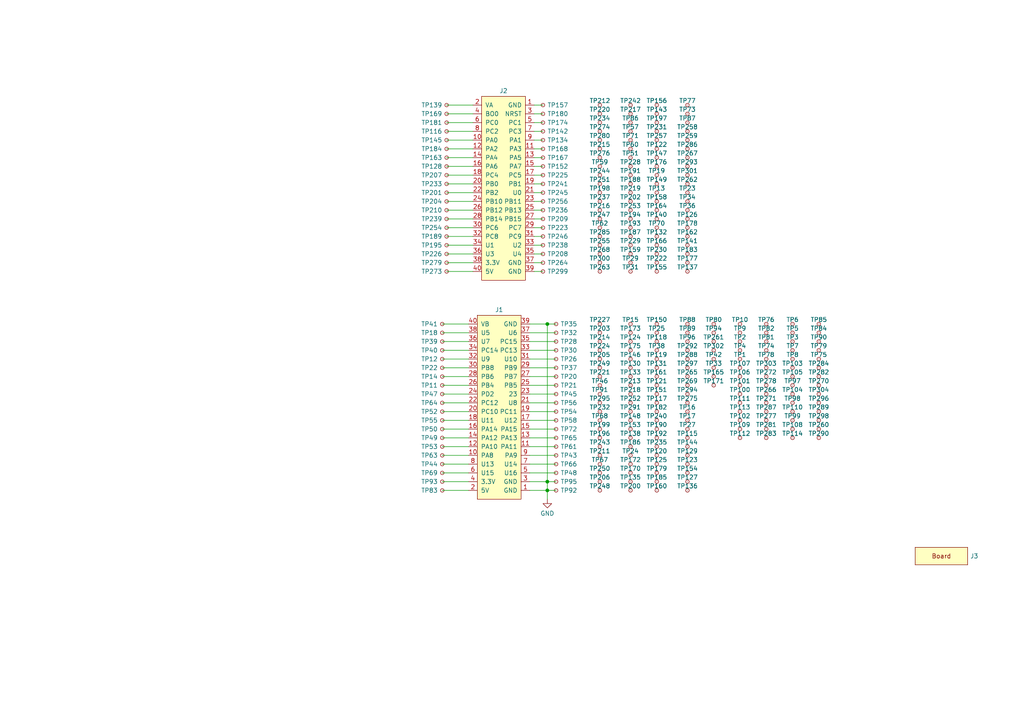
<source format=kicad_sch>
(kicad_sch (version 20230121) (generator eeschema)
  (paper "A4")
  (junction (at 158.75 142.24))
  (junction (at 158.75 139.7))
  (junction (at 158.75 93.98))
  (wire (pts (xy 128.27 127) (xy 135.89 127)))
  (wire (pts (xy 129.54 48.26) (xy 137.16 48.26)))
  (wire (pts (xy 129.54 43.18) (xy 137.16 43.18)))
  (wire (pts (xy 129.54 38.1) (xy 137.16 38.1)))
  (wire (pts (xy 129.54 76.2) (xy 137.16 76.2)))
  (wire (pts (xy 128.27 137.16) (xy 135.89 137.16)))
  (wire (pts (xy 153.67 124.46) (xy 161.29 124.46)))
  (wire (pts (xy 128.27 116.84) (xy 135.89 116.84)))
  (wire (pts (xy 153.67 111.76) (xy 161.29 111.76)))
  (wire (pts (xy 154.94 50.8) (xy 157.48 50.8)))
  (wire (pts (xy 154.94 71.12) (xy 157.48 71.12)))
  (wire (pts (xy 154.94 33.02) (xy 157.48 33.02)))
  (wire (pts (xy 128.27 132.08) (xy 135.89 132.08)))
  (wire (pts (xy 153.67 93.98) (xy 158.75 93.98)))
  (wire (pts (xy 129.54 66.04) (xy 137.16 66.04)))
  (wire (pts (xy 158.75 142.24) (xy 158.75 144.78)))
  (wire (pts (xy 128.27 134.62) (xy 135.89 134.62)))
  (wire (pts (xy 153.67 99.06) (xy 161.29 99.06)))
  (wire (pts (xy 128.27 104.14) (xy 135.89 104.14)))
  (wire (pts (xy 154.94 45.72) (xy 157.48 45.72)))
  (wire (pts (xy 154.94 53.34) (xy 157.48 53.34)))
  (wire (pts (xy 154.94 58.42) (xy 157.48 58.42)))
  (wire (pts (xy 128.27 111.76) (xy 135.89 111.76)))
  (wire (pts (xy 129.54 71.12) (xy 137.16 71.12)))
  (wire (pts (xy 128.27 96.52) (xy 135.89 96.52)))
  (wire (pts (xy 153.67 129.54) (xy 161.29 129.54)))
  (wire (pts (xy 154.94 43.18) (xy 157.48 43.18)))
  (wire (pts (xy 129.54 73.66) (xy 137.16 73.66)))
  (wire (pts (xy 154.94 55.88) (xy 157.48 55.88)))
  (wire (pts (xy 158.75 93.98) (xy 158.75 139.7)))
  (wire (pts (xy 128.27 139.7) (xy 135.89 139.7)))
  (wire (pts (xy 129.54 35.56) (xy 137.16 35.56)))
  (wire (pts (xy 129.54 33.02) (xy 137.16 33.02)))
  (wire (pts (xy 128.27 124.46) (xy 135.89 124.46)))
  (wire (pts (xy 158.75 139.7) (xy 158.75 142.24)))
  (wire (pts (xy 153.67 139.7) (xy 158.75 139.7)))
  (wire (pts (xy 154.94 48.26) (xy 157.48 48.26)))
  (wire (pts (xy 129.54 55.88) (xy 137.16 55.88)))
  (wire (pts (xy 153.67 106.68) (xy 161.29 106.68)))
  (wire (pts (xy 154.94 40.64) (xy 157.48 40.64)))
  (wire (pts (xy 158.75 93.98) (xy 161.29 93.98)))
  (wire (pts (xy 153.67 127) (xy 161.29 127)))
  (wire (pts (xy 154.94 68.58) (xy 157.48 68.58)))
  (wire (pts (xy 154.94 30.48) (xy 157.48 30.48)))
  (wire (pts (xy 154.94 38.1) (xy 157.48 38.1)))
  (wire (pts (xy 129.54 50.8) (xy 137.16 50.8)))
  (wire (pts (xy 153.67 119.38) (xy 161.29 119.38)))
  (wire (pts (xy 128.27 119.38) (xy 135.89 119.38)))
  (wire (pts (xy 154.94 66.04) (xy 157.48 66.04)))
  (wire (pts (xy 154.94 73.66) (xy 157.48 73.66)))
  (wire (pts (xy 129.54 63.5) (xy 137.16 63.5)))
  (wire (pts (xy 128.27 106.68) (xy 135.89 106.68)))
  (wire (pts (xy 154.94 78.74) (xy 157.48 78.74)))
  (wire (pts (xy 158.75 142.24) (xy 161.29 142.24)))
  (wire (pts (xy 129.54 53.34) (xy 137.16 53.34)))
  (wire (pts (xy 154.94 63.5) (xy 157.48 63.5)))
  (wire (pts (xy 128.27 129.54) (xy 135.89 129.54)))
  (wire (pts (xy 129.54 60.96) (xy 137.16 60.96)))
  (wire (pts (xy 153.67 109.22) (xy 161.29 109.22)))
  (wire (pts (xy 128.27 101.6) (xy 135.89 101.6)))
  (wire (pts (xy 153.67 114.3) (xy 161.29 114.3)))
  (wire (pts (xy 153.67 96.52) (xy 161.29 96.52)))
  (wire (pts (xy 153.67 121.92) (xy 161.29 121.92)))
  (wire (pts (xy 128.27 114.3) (xy 135.89 114.3)))
  (wire (pts (xy 129.54 40.64) (xy 137.16 40.64)))
  (wire (pts (xy 158.75 139.7) (xy 161.29 139.7)))
  (wire (pts (xy 154.94 35.56) (xy 157.48 35.56)))
  (wire (pts (xy 128.27 99.06) (xy 135.89 99.06)))
  (wire (pts (xy 154.94 76.2) (xy 157.48 76.2)))
  (wire (pts (xy 129.54 68.58) (xy 137.16 68.58)))
  (wire (pts (xy 153.67 101.6) (xy 161.29 101.6)))
  (wire (pts (xy 128.27 109.22) (xy 135.89 109.22)))
  (wire (pts (xy 153.67 137.16) (xy 161.29 137.16)))
  (wire (pts (xy 153.67 134.62) (xy 161.29 134.62)))
  (wire (pts (xy 128.27 142.24) (xy 135.89 142.24)))
  (wire (pts (xy 129.54 58.42) (xy 137.16 58.42)))
  (wire (pts (xy 153.67 132.08) (xy 161.29 132.08)))
  (wire (pts (xy 129.54 78.74) (xy 137.16 78.74)))
  (wire (pts (xy 153.67 142.24) (xy 158.75 142.24)))
  (wire (pts (xy 128.27 93.98) (xy 135.89 93.98)))
  (wire (pts (xy 153.67 104.14) (xy 161.29 104.14)))
  (wire (pts (xy 129.54 45.72) (xy 137.16 45.72)))
  (wire (pts (xy 129.54 30.48) (xy 137.16 30.48)))
  (wire (pts (xy 154.94 60.96) (xy 157.48 60.96)))
  (wire (pts (xy 128.27 121.92) (xy 135.89 121.92)))
  (wire (pts (xy 153.67 116.84) (xy 161.29 116.84)))
  (symbol (lib_id "Connector:TestPoint_Small") (at 199.39 58.42 0) (unit 1)
    (property "Reference" "TP34" (at 199.39 57.15 0))
    (property "Value" "TestPoint_Small" (effects hide))
    (property "Footprint" "stm32world:PROTO_PAD" (effects hide))
  )
  (symbol (lib_id "Connector:TestPoint_Small") (at 190.5 114.3 0) (unit 1)
    (property "Reference" "TP151" (at 190.5 113.03 0))
    (property "Value" "TestPoint_Small" (effects hide))
    (property "Footprint" "stm32world:PROTO_PAD" (effects hide))
  )
  (symbol (lib_id "Connector:TestPoint_Small") (at 199.39 50.8 0) (unit 1)
    (property "Reference" "TP301" (at 199.39 49.53 0))
    (property "Value" "TestPoint_Small" (effects hide))
    (property "Footprint" "stm32world:PROTO_PAD" (effects hide))
  )
  (symbol (lib_id "Connector:TestPoint_Small") (at 157.48 48.26 0) (unit 1)
    (property "Reference" "TP152" (at 158.75 48.26 0) (effects (justify left)))
    (property "Value" "TestPoint_Small" (effects hide))
    (property "Footprint" "stm32world:PROTO_PAD" (effects hide))
  )
  (symbol (lib_id "Connector:TestPoint_Small") (at 182.88 111.76 0) (unit 1)
    (property "Reference" "TP213" (at 182.88 110.49 0))
    (property "Value" "TestPoint_Small" (effects hide))
    (property "Footprint" "stm32world:PROTO_PAD" (effects hide))
  )
  (symbol (lib_id "Connector:TestPoint_Small") (at 214.63 109.22 0) (unit 1)
    (property "Reference" "TP106" (at 214.63 107.95 0))
    (property "Value" "TestPoint_Small" (effects hide))
    (property "Footprint" "stm32world:PROTO_PAD" (effects hide))
  )
  (symbol (lib_id "Connector:TestPoint_Small") (at 214.63 106.68 0) (unit 1)
    (property "Reference" "TP107" (at 214.63 105.41 0))
    (property "Value" "TestPoint_Small" (effects hide))
    (property "Footprint" "stm32world:PROTO_PAD" (effects hide))
  )
  (symbol (lib_id "Connector:TestPoint_Small") (at 161.29 106.68 0) (unit 1)
    (property "Reference" "TP37" (at 162.56 106.68 0) (effects (justify left)))
    (property "Value" "TestPoint_Small" (effects hide))
    (property "Footprint" "stm32world:PROTO_PAD" (effects hide))
  )
  (symbol (lib_id "Connector:TestPoint_Small") (at 182.88 116.84 0) (unit 1)
    (property "Reference" "TP252" (at 182.88 115.57 0))
    (property "Value" "TestPoint_Small" (effects hide))
    (property "Footprint" "stm32world:PROTO_PAD" (effects hide))
  )
  (symbol (lib_id "Connector:TestPoint_Small") (at 161.29 101.6 0) (unit 1)
    (property "Reference" "TP30" (at 162.56 101.6 0) (effects (justify left)))
    (property "Value" "TestPoint_Small" (effects hide))
    (property "Footprint" "stm32world:PROTO_PAD" (effects hide))
  )
  (symbol (lib_id "Connector:TestPoint_Small") (at 229.87 96.52 0) (unit 1)
    (property "Reference" "TP5" (at 229.87 95.25 0))
    (property "Value" "TestPoint_Small" (effects hide))
    (property "Footprint" "stm32world:PROTO_PAD" (effects hide))
  )
  (symbol (lib_id "Connector:TestPoint_Small") (at 182.88 124.46 0) (unit 1)
    (property "Reference" "TP153" (at 182.88 123.19 0))
    (property "Value" "TestPoint_Small" (effects hide))
    (property "Footprint" "stm32world:PROTO_PAD" (effects hide))
  )
  (symbol (lib_id "Connector:TestPoint_Small") (at 190.5 63.5 0) (unit 1)
    (property "Reference" "TP140" (at 190.5 62.23 0))
    (property "Value" "TestPoint_Small" (effects hide))
    (property "Footprint" "stm32world:PROTO_PAD" (effects hide))
  )
  (symbol (lib_id "Connector:TestPoint_Small") (at 190.5 137.16 0) (unit 1)
    (property "Reference" "TP179" (at 190.5 135.89 0))
    (property "Value" "TestPoint_Small" (effects hide))
    (property "Footprint" "stm32world:PROTO_PAD" (effects hide))
  )
  (symbol (lib_id "Connector:TestPoint_Small") (at 190.5 40.64 0) (unit 1)
    (property "Reference" "TP257" (at 190.5 39.37 0))
    (property "Value" "TestPoint_Small" (effects hide))
    (property "Footprint" "stm32world:PROTO_PAD" (effects hide))
  )
  (symbol (lib_id "Connector:TestPoint_Small") (at 157.48 35.56 0) (unit 1)
    (property "Reference" "TP174" (at 158.75 35.56 0) (effects (justify left)))
    (property "Value" "TestPoint_Small" (effects hide))
    (property "Footprint" "stm32world:PROTO_PAD" (effects hide))
  )
  (symbol (lib_id "Connector:TestPoint_Small") (at 157.48 53.34 0) (unit 1)
    (property "Reference" "TP241" (at 158.75 53.34 0) (effects (justify left)))
    (property "Value" "TestPoint_Small" (effects hide))
    (property "Footprint" "stm32world:PROTO_PAD" (effects hide))
  )
  (symbol (lib_id "Connector:TestPoint_Small") (at 199.39 73.66 0) (unit 1)
    (property "Reference" "TP183" (at 199.39 72.39 0))
    (property "Value" "TestPoint_Small" (effects hide))
    (property "Footprint" "stm32world:PROTO_PAD" (effects hide))
  )
  (symbol (lib_id "Connector:TestPoint_Small") (at 199.39 104.14 0) (unit 1)
    (property "Reference" "TP288" (at 199.39 102.87 0))
    (property "Value" "TestPoint_Small" (effects hide))
    (property "Footprint" "stm32world:PROTO_PAD" (effects hide))
  )
  (symbol (lib_id "Connector:TestPoint_Small") (at 129.54 53.34 180) (unit 1)
    (property "Reference" "TP233" (at 128.27 53.34 0) (effects (justify left)))
    (property "Value" "TestPoint_Small" (effects hide))
    (property "Footprint" "stm32world:PROTO_PAD" (effects hide))
  )
  (symbol (lib_id "Connector:TestPoint_Small") (at 229.87 121.92 0) (unit 1)
    (property "Reference" "TP99" (at 229.87 120.65 0))
    (property "Value" "TestPoint_Small" (effects hide))
    (property "Footprint" "stm32world:PROTO_PAD" (effects hide))
  )
  (symbol (lib_id "Connector:TestPoint_Small") (at 173.99 132.08 0) (unit 1)
    (property "Reference" "TP211" (at 173.99 130.81 0))
    (property "Value" "TestPoint_Small" (effects hide))
    (property "Footprint" "stm32world:PROTO_PAD" (effects hide))
  )
  (symbol (lib_id "Connector:TestPoint_Small") (at 199.39 119.38 0) (unit 1)
    (property "Reference" "TP16" (at 199.39 118.11 0))
    (property "Value" "TestPoint_Small" (effects hide))
    (property "Footprint" "stm32world:PROTO_PAD" (effects hide))
  )
  (symbol (lib_id "Connector:TestPoint_Small") (at 190.5 127 0) (unit 1)
    (property "Reference" "TP192" (at 190.5 125.73 0))
    (property "Value" "TestPoint_Small" (effects hide))
    (property "Footprint" "stm32world:PROTO_PAD" (effects hide))
  )
  (symbol (lib_id "Connector:TestPoint_Small") (at 199.39 96.52 0) (unit 1)
    (property "Reference" "TP89" (at 199.39 95.25 0))
    (property "Value" "TestPoint_Small" (effects hide))
    (property "Footprint" "stm32world:PROTO_PAD" (effects hide))
  )
  (symbol (lib_id "Connector:TestPoint_Small") (at 128.27 106.68 180) (unit 1)
    (property "Reference" "TP22" (at 127 106.68 0) (effects (justify left)))
    (property "Value" "TestPoint_Small" (effects hide))
    (property "Footprint" "stm32world:PROTO_PAD" (effects hide))
  )
  (symbol (lib_id "Connector:TestPoint_Small") (at 229.87 104.14 0) (unit 1)
    (property "Reference" "TP8" (at 229.87 102.87 0))
    (property "Value" "TestPoint_Small" (effects hide))
    (property "Footprint" "stm32world:PROTO_PAD" (effects hide))
  )
  (symbol (lib_id "Connector:TestPoint_Small") (at 199.39 93.98 0) (unit 1)
    (property "Reference" "TP88" (at 199.39 92.71 0))
    (property "Value" "TestPoint_Small" (effects hide))
    (property "Footprint" "stm32world:PROTO_PAD" (effects hide))
  )
  (symbol (lib_id "Connector:TestPoint_Small") (at 237.49 96.52 0) (unit 1)
    (property "Reference" "TP84" (at 237.49 95.25 0))
    (property "Value" "TestPoint_Small" (effects hide))
    (property "Footprint" "stm32world:PROTO_PAD" (effects hide))
  )
  (symbol (lib_id "Connector:TestPoint_Small") (at 229.87 111.76 0) (unit 1)
    (property "Reference" "TP97" (at 229.87 110.49 0))
    (property "Value" "TestPoint_Small" (effects hide))
    (property "Footprint" "stm32world:PROTO_PAD" (effects hide))
  )
  (symbol (lib_id "Connector:TestPoint_Small") (at 190.5 101.6 0) (unit 1)
    (property "Reference" "TP38" (at 190.5 100.33 0))
    (property "Value" "TestPoint_Small" (effects hide))
    (property "Footprint" "stm32world:PROTO_PAD" (effects hide))
  )
  (symbol (lib_id "Connector:TestPoint_Small") (at 182.88 55.88 0) (unit 1)
    (property "Reference" "TP219" (at 182.88 54.61 0))
    (property "Value" "TestPoint_Small" (effects hide))
    (property "Footprint" "stm32world:PROTO_PAD" (effects hide))
  )
  (symbol (lib_id "Connector:TestPoint_Small") (at 190.5 106.68 0) (unit 1)
    (property "Reference" "TP131" (at 190.5 105.41 0))
    (property "Value" "TestPoint_Small" (effects hide))
    (property "Footprint" "stm32world:PROTO_PAD" (effects hide))
  )
  (symbol (lib_id "Connector:TestPoint_Small") (at 182.88 137.16 0) (unit 1)
    (property "Reference" "TP170" (at 182.88 135.89 0))
    (property "Value" "TestPoint_Small" (effects hide))
    (property "Footprint" "stm32world:PROTO_PAD" (effects hide))
  )
  (symbol (lib_id "Connector:TestPoint_Small") (at 157.48 38.1 0) (unit 1)
    (property "Reference" "TP142" (at 158.75 38.1 0) (effects (justify left)))
    (property "Value" "TestPoint_Small" (effects hide))
    (property "Footprint" "stm32world:PROTO_PAD" (effects hide))
  )
  (symbol (lib_id "Connector:TestPoint_Small") (at 173.99 30.48 0) (unit 1)
    (property "Reference" "TP212" (at 173.99 29.21 0))
    (property "Value" "TestPoint_Small" (effects hide))
    (property "Footprint" "stm32world:PROTO_PAD" (effects hide))
  )
  (symbol (lib_id "Connector:TestPoint_Small") (at 182.88 30.48 0) (unit 1)
    (property "Reference" "TP242" (at 182.88 29.21 0))
    (property "Value" "TestPoint_Small" (effects hide))
    (property "Footprint" "stm32world:PROTO_PAD" (effects hide))
  )
  (symbol (lib_id "Connector:TestPoint_Small") (at 190.5 78.74 0) (unit 1)
    (property "Reference" "TP155" (at 190.5 77.47 0))
    (property "Value" "TestPoint_Small" (effects hide))
    (property "Footprint" "stm32world:PROTO_PAD" (effects hide))
  )
  (symbol (lib_id "Connector:TestPoint_Small") (at 229.87 124.46 0) (unit 1)
    (property "Reference" "TP108" (at 229.87 123.19 0))
    (property "Value" "TestPoint_Small" (effects hide))
    (property "Footprint" "stm32world:PROTO_PAD" (effects hide))
  )
  (symbol (lib_id "Connector:TestPoint_Small") (at 190.5 134.62 0) (unit 1)
    (property "Reference" "TP125" (at 190.5 133.35 0))
    (property "Value" "TestPoint_Small" (effects hide))
    (property "Footprint" "stm32world:PROTO_PAD" (effects hide))
  )
  (symbol (lib_id "Connector:TestPoint_Small") (at 128.27 132.08 180) (unit 1)
    (property "Reference" "TP63" (at 127 132.08 0) (effects (justify left)))
    (property "Value" "TestPoint_Small" (effects hide))
    (property "Footprint" "stm32world:PROTO_PAD" (effects hide))
  )
  (symbol (lib_id "Connector:TestPoint_Small") (at 161.29 99.06 0) (unit 1)
    (property "Reference" "TP28" (at 162.56 99.06 0) (effects (justify left)))
    (property "Value" "TestPoint_Small" (effects hide))
    (property "Footprint" "stm32world:PROTO_PAD" (effects hide))
  )
  (symbol (lib_id "Connector:TestPoint_Small") (at 207.01 104.14 0) (unit 1)
    (property "Reference" "TP42" (at 207.01 102.87 0))
    (property "Value" "TestPoint_Small" (effects hide))
    (property "Footprint" "stm32world:PROTO_PAD" (effects hide))
  )
  (symbol (lib_id "Connector:TestPoint_Small") (at 173.99 33.02 0) (unit 1)
    (property "Reference" "TP220" (at 173.99 31.75 0))
    (property "Value" "TestPoint_Small" (effects hide))
    (property "Footprint" "stm32world:PROTO_PAD" (effects hide))
  )
  (symbol (lib_id "Connector:TestPoint_Small") (at 229.87 127 0) (unit 1)
    (property "Reference" "TP114" (at 229.87 125.73 0))
    (property "Value" "TestPoint_Small" (effects hide))
    (property "Footprint" "stm32world:PROTO_PAD" (effects hide))
  )
  (symbol (lib_id "Connector:TestPoint_Small") (at 173.99 119.38 0) (unit 1)
    (property "Reference" "TP232" (at 173.99 118.11 0))
    (property "Value" "TestPoint_Small" (effects hide))
    (property "Footprint" "stm32world:PROTO_PAD" (effects hide))
  )
  (symbol (lib_id "Connector:TestPoint_Small") (at 207.01 96.52 0) (unit 1)
    (property "Reference" "TP94" (at 207.01 95.25 0))
    (property "Value" "TestPoint_Small" (effects hide))
    (property "Footprint" "stm32world:PROTO_PAD" (effects hide))
  )
  (symbol (lib_id "Connector:TestPoint_Small") (at 190.5 119.38 0) (unit 1)
    (property "Reference" "TP182" (at 190.5 118.11 0))
    (property "Value" "TestPoint_Small" (effects hide))
    (property "Footprint" "stm32world:PROTO_PAD" (effects hide))
  )
  (symbol (lib_id "Connector:TestPoint_Small") (at 173.99 43.18 0) (unit 1)
    (property "Reference" "TP215" (at 173.99 41.91 0))
    (property "Value" "TestPoint_Small" (effects hide))
    (property "Footprint" "stm32world:PROTO_PAD" (effects hide))
  )
  (symbol (lib_id "Connector:TestPoint_Small") (at 199.39 55.88 0) (unit 1)
    (property "Reference" "TP23" (at 199.39 54.61 0))
    (property "Value" "TestPoint_Small" (effects hide))
    (property "Footprint" "stm32world:PROTO_PAD" (effects hide))
  )
  (symbol (lib_id "Connector:TestPoint_Small") (at 182.88 48.26 0) (unit 1)
    (property "Reference" "TP228" (at 182.88 46.99 0))
    (property "Value" "TestPoint_Small" (effects hide))
    (property "Footprint" "stm32world:PROTO_PAD" (effects hide))
  )
  (symbol (lib_id "Connector:TestPoint_Small") (at 129.54 30.48 180) (unit 1)
    (property "Reference" "TP139" (at 128.27 30.48 0) (effects (justify left)))
    (property "Value" "TestPoint_Small" (effects hide))
    (property "Footprint" "stm32world:PROTO_PAD" (effects hide))
  )
  (symbol (lib_id "Connector:TestPoint_Small") (at 173.99 106.68 0) (unit 1)
    (property "Reference" "TP249" (at 173.99 105.41 0))
    (property "Value" "TestPoint_Small" (effects hide))
    (property "Footprint" "stm32world:PROTO_PAD" (effects hide))
  )
  (symbol (lib_id "Connector:TestPoint_Small") (at 128.27 116.84 180) (unit 1)
    (property "Reference" "TP64" (at 127 116.84 0) (effects (justify left)))
    (property "Value" "TestPoint_Small" (effects hide))
    (property "Footprint" "stm32world:PROTO_PAD" (effects hide))
  )
  (symbol (lib_id "Connector:TestPoint_Small") (at 157.48 30.48 0) (unit 1)
    (property "Reference" "TP157" (at 158.75 30.48 0) (effects (justify left)))
    (property "Value" "TestPoint_Small" (effects hide))
    (property "Footprint" "stm32world:PROTO_PAD" (effects hide))
  )
  (symbol (lib_id "Connector:TestPoint_Small") (at 199.39 53.34 0) (unit 1)
    (property "Reference" "TP262" (at 199.39 52.07 0))
    (property "Value" "TestPoint_Small" (effects hide))
    (property "Footprint" "stm32world:PROTO_PAD" (effects hide))
  )
  (symbol (lib_id "stm32world:STM32WORLD_CONNECTOR_1") (at 146.05 54.61 0) (unit 1)
    (property "Reference" "J2" (at 146.05 26.3469 0))
    (property "Value" "STM32WORLD_CONNECTOR_1" (effects hide))
    (property "Footprint" "stm32world:PinSocket_2x20_P2.54mm_Vertical_Stackable" (effects hide))
    (property "LCSC" "C35165" (effects hide))
  )
  (symbol (lib_id "Connector:TestPoint_Small") (at 128.27 134.62 180) (unit 1)
    (property "Reference" "TP44" (at 127 134.62 0) (effects (justify left)))
    (property "Value" "TestPoint_Small" (effects hide))
    (property "Footprint" "stm32world:PROTO_PAD" (effects hide))
  )
  (symbol (lib_id "Connector:TestPoint_Small") (at 173.99 124.46 0) (unit 1)
    (property "Reference" "TP199" (at 173.99 123.19 0))
    (property "Value" "TestPoint_Small" (effects hide))
    (property "Footprint" "stm32world:PROTO_PAD" (effects hide))
  )
  (symbol (lib_id "Connector:TestPoint_Small") (at 199.39 71.12 0) (unit 1)
    (property "Reference" "TP141" (at 199.39 69.85 0))
    (property "Value" "TestPoint_Small" (effects hide))
    (property "Footprint" "stm32world:PROTO_PAD" (effects hide))
  )
  (symbol (lib_id "Connector:TestPoint_Small") (at 214.63 114.3 0) (unit 1)
    (property "Reference" "TP100" (at 214.63 113.03 0))
    (property "Value" "TestPoint_Small" (effects hide))
    (property "Footprint" "stm32world:PROTO_PAD" (effects hide))
  )
  (symbol (lib_id "Connector:TestPoint_Small") (at 173.99 121.92 0) (unit 1)
    (property "Reference" "TP68" (at 173.99 120.65 0))
    (property "Value" "TestPoint_Small" (effects hide))
    (property "Footprint" "stm32world:PROTO_PAD" (effects hide))
  )
  (symbol (lib_id "Connector:TestPoint_Small") (at 182.88 142.24 0) (unit 1)
    (property "Reference" "TP200" (at 182.88 140.97 0))
    (property "Value" "TestPoint_Small" (effects hide))
    (property "Footprint" "stm32world:PROTO_PAD" (effects hide))
  )
  (symbol (lib_id "Connector:TestPoint_Small") (at 173.99 38.1 0) (unit 1)
    (property "Reference" "TP274" (at 173.99 36.83 0))
    (property "Value" "TestPoint_Small" (effects hide))
    (property "Footprint" "stm32world:PROTO_PAD" (effects hide))
  )
  (symbol (lib_id "Connector:TestPoint_Small") (at 222.25 111.76 0) (unit 1)
    (property "Reference" "TP278" (at 222.25 110.49 0))
    (property "Value" "TestPoint_Small" (effects hide))
    (property "Footprint" "stm32world:PROTO_PAD" (effects hide))
  )
  (symbol (lib_id "Connector:TestPoint_Small") (at 129.54 66.04 180) (unit 1)
    (property "Reference" "TP254" (at 128.27 66.04 0) (effects (justify left)))
    (property "Value" "TestPoint_Small" (effects hide))
    (property "Footprint" "stm32world:PROTO_PAD" (effects hide))
  )
  (symbol (lib_id "Connector:TestPoint_Small") (at 190.5 48.26 0) (unit 1)
    (property "Reference" "TP176" (at 190.5 46.99 0))
    (property "Value" "TestPoint_Small" (effects hide))
    (property "Footprint" "stm32world:PROTO_PAD" (effects hide))
  )
  (symbol (lib_id "Connector:TestPoint_Small") (at 129.54 55.88 180) (unit 1)
    (property "Reference" "TP201" (at 128.27 55.88 0) (effects (justify left)))
    (property "Value" "TestPoint_Small" (effects hide))
    (property "Footprint" "stm32world:PROTO_PAD" (effects hide))
  )
  (symbol (lib_id "Connector:TestPoint_Small") (at 199.39 38.1 0) (unit 1)
    (property "Reference" "TP258" (at 199.39 36.83 0))
    (property "Value" "TestPoint_Small" (effects hide))
    (property "Footprint" "stm32world:PROTO_PAD" (effects hide))
  )
  (symbol (lib_id "Connector:TestPoint_Small") (at 173.99 142.24 0) (unit 1)
    (property "Reference" "TP248" (at 173.99 140.97 0))
    (property "Value" "TestPoint_Small" (effects hide))
    (property "Footprint" "stm32world:PROTO_PAD" (effects hide))
  )
  (symbol (lib_id "Connector:TestPoint_Small") (at 182.88 66.04 0) (unit 1)
    (property "Reference" "TP193" (at 182.88 64.77 0))
    (property "Value" "TestPoint_Small" (effects hide))
    (property "Footprint" "stm32world:PROTO_PAD" (effects hide))
  )
  (symbol (lib_id "Connector:TestPoint_Small") (at 161.29 93.98 0) (unit 1)
    (property "Reference" "TP35" (at 162.56 93.98 0) (effects (justify left)))
    (property "Value" "TestPoint_Small" (effects hide))
    (property "Footprint" "stm32world:PROTO_PAD" (effects hide))
  )
  (symbol (lib_id "Connector:TestPoint_Small") (at 199.39 121.92 0) (unit 1)
    (property "Reference" "TP17" (at 199.39 120.65 0))
    (property "Value" "TestPoint_Small" (effects hide))
    (property "Footprint" "stm32world:PROTO_PAD" (effects hide))
  )
  (symbol (lib_id "Connector:TestPoint_Small") (at 190.5 68.58 0) (unit 1)
    (property "Reference" "TP132" (at 190.5 67.31 0))
    (property "Value" "TestPoint_Small" (effects hide))
    (property "Footprint" "stm32world:PROTO_PAD" (effects hide))
  )
  (symbol (lib_id "Connector:TestPoint_Small") (at 190.5 30.48 0) (unit 1)
    (property "Reference" "TP156" (at 190.5 29.21 0))
    (property "Value" "TestPoint_Small" (effects hide))
    (property "Footprint" "stm32world:PROTO_PAD" (effects hide))
  )
  (symbol (lib_id "Connector:TestPoint_Small") (at 190.5 93.98 0) (unit 1)
    (property "Reference" "TP150" (at 190.5 92.71 0))
    (property "Value" "TestPoint_Small" (effects hide))
    (property "Footprint" "stm32world:PROTO_PAD" (effects hide))
  )
  (symbol (lib_id "Connector:TestPoint_Small") (at 173.99 60.96 0) (unit 1)
    (property "Reference" "TP216" (at 173.99 59.69 0))
    (property "Value" "TestPoint_Small" (effects hide))
    (property "Footprint" "stm32world:PROTO_PAD" (effects hide))
  )
  (symbol (lib_id "Connector:TestPoint_Small") (at 190.5 50.8 0) (unit 1)
    (property "Reference" "TP19" (at 190.5 49.53 0))
    (property "Value" "TestPoint_Small" (effects hide))
    (property "Footprint" "stm32world:PROTO_PAD" (effects hide))
  )
  (symbol (lib_id "Connector:TestPoint_Small") (at 129.54 58.42 180) (unit 1)
    (property "Reference" "TP204" (at 128.27 58.42 0) (effects (justify left)))
    (property "Value" "TestPoint_Small" (effects hide))
    (property "Footprint" "stm32world:PROTO_PAD" (effects hide))
  )
  (symbol (lib_id "Connector:TestPoint_Small") (at 182.88 99.06 0) (unit 1)
    (property "Reference" "TP124" (at 182.88 97.79 0))
    (property "Value" "TestPoint_Small" (effects hide))
    (property "Footprint" "stm32world:PROTO_PAD" (effects hide))
  )
  (symbol (lib_id "Connector:TestPoint_Small") (at 190.5 43.18 0) (unit 1)
    (property "Reference" "TP122" (at 190.5 41.91 0))
    (property "Value" "TestPoint_Small" (effects hide))
    (property "Footprint" "stm32world:PROTO_PAD" (effects hide))
  )
  (symbol (lib_id "Connector:TestPoint_Small") (at 173.99 129.54 0) (unit 1)
    (property "Reference" "TP243" (at 173.99 128.27 0))
    (property "Value" "TestPoint_Small" (effects hide))
    (property "Footprint" "stm32world:PROTO_PAD" (effects hide))
  )
  (symbol (lib_id "Connector:TestPoint_Small") (at 199.39 137.16 0) (unit 1)
    (property "Reference" "TP154" (at 199.39 135.89 0))
    (property "Value" "TestPoint_Small" (effects hide))
    (property "Footprint" "stm32world:PROTO_PAD" (effects hide))
  )
  (symbol (lib_id "Connector:TestPoint_Small") (at 129.54 78.74 180) (unit 1)
    (property "Reference" "TP273" (at 128.27 78.74 0) (effects (justify left)))
    (property "Value" "TestPoint_Small" (effects hide))
    (property "Footprint" "stm32world:PROTO_PAD" (effects hide))
  )
  (symbol (lib_id "Connector:TestPoint_Small") (at 129.54 71.12 180) (unit 1)
    (property "Reference" "TP195" (at 128.27 71.12 0) (effects (justify left)))
    (property "Value" "TestPoint_Small" (effects hide))
    (property "Footprint" "stm32world:PROTO_PAD" (effects hide))
  )
  (symbol (lib_id "Connector:TestPoint_Small") (at 182.88 53.34 0) (unit 1)
    (property "Reference" "TP188" (at 182.88 52.07 0))
    (property "Value" "TestPoint_Small" (effects hide))
    (property "Footprint" "stm32world:PROTO_PAD" (effects hide))
  )
  (symbol (lib_id "Connector:TestPoint_Small") (at 182.88 63.5 0) (unit 1)
    (property "Reference" "TP194" (at 182.88 62.23 0))
    (property "Value" "TestPoint_Small" (effects hide))
    (property "Footprint" "stm32world:PROTO_PAD" (effects hide))
  )
  (symbol (lib_id "power:GND") (at 158.75 144.78 0) (unit 1)
    (property "Reference" "#PWR01" (effects hide))
    (property "Value" "GND" (at 158.75 148.9131 0))
  )
  (symbol (lib_id "Connector:TestPoint_Small") (at 190.5 58.42 0) (unit 1)
    (property "Reference" "TP158" (at 190.5 57.15 0))
    (property "Value" "TestPoint_Small" (effects hide))
    (property "Footprint" "stm32world:PROTO_PAD" (effects hide))
  )
  (symbol (lib_id "Connector:TestPoint_Small") (at 199.39 45.72 0) (unit 1)
    (property "Reference" "TP267" (at 199.39 44.45 0))
    (property "Value" "TestPoint_Small" (effects hide))
    (property "Footprint" "stm32world:PROTO_PAD" (effects hide))
  )
  (symbol (lib_id "Connector:TestPoint_Small") (at 128.27 137.16 180) (unit 1)
    (property "Reference" "TP69" (at 127 137.16 0) (effects (justify left)))
    (property "Value" "TestPoint_Small" (effects hide))
    (property "Footprint" "stm32world:PROTO_PAD" (effects hide))
  )
  (symbol (lib_id "Connector:TestPoint_Small") (at 229.87 116.84 0) (unit 1)
    (property "Reference" "TP98" (at 229.87 115.57 0))
    (property "Value" "TestPoint_Small" (effects hide))
    (property "Footprint" "stm32world:PROTO_PAD" (effects hide))
  )
  (symbol (lib_id "Connector:TestPoint_Small") (at 182.88 139.7 0) (unit 1)
    (property "Reference" "TP135" (at 182.88 138.43 0))
    (property "Value" "TestPoint_Small" (effects hide))
    (property "Footprint" "stm32world:PROTO_PAD" (effects hide))
  )
  (symbol (lib_id "Connector:TestPoint_Small") (at 237.49 121.92 0) (unit 1)
    (property "Reference" "TP298" (at 237.49 120.65 0))
    (property "Value" "TestPoint_Small" (effects hide))
    (property "Footprint" "stm32world:PROTO_PAD" (effects hide))
  )
  (symbol (lib_id "Connector:TestPoint_Small") (at 207.01 99.06 0) (unit 1)
    (property "Reference" "TP261" (at 207.01 97.79 0))
    (property "Value" "TestPoint_Small" (effects hide))
    (property "Footprint" "stm32world:PROTO_PAD" (effects hide))
  )
  (symbol (lib_id "Connector:TestPoint_Small") (at 128.27 114.3 180) (unit 1)
    (property "Reference" "TP47" (at 127 114.3 0) (effects (justify left)))
    (property "Value" "TestPoint_Small" (effects hide))
    (property "Footprint" "stm32world:PROTO_PAD" (effects hide))
  )
  (symbol (lib_id "Connector:TestPoint_Small") (at 173.99 139.7 0) (unit 1)
    (property "Reference" "TP206" (at 173.99 138.43 0))
    (property "Value" "TestPoint_Small" (effects hide))
    (property "Footprint" "stm32world:PROTO_PAD" (effects hide))
  )
  (symbol (lib_id "Connector:TestPoint_Small") (at 182.88 78.74 0) (unit 1)
    (property "Reference" "TP31" (at 182.88 77.47 0))
    (property "Value" "TestPoint_Small" (effects hide))
    (property "Footprint" "stm32world:PROTO_PAD" (effects hide))
  )
  (symbol (lib_id "Connector:TestPoint_Small") (at 237.49 93.98 0) (unit 1)
    (property "Reference" "TP85" (at 237.49 92.71 0))
    (property "Value" "TestPoint_Small" (effects hide))
    (property "Footprint" "stm32world:PROTO_PAD" (effects hide))
  )
  (symbol (lib_id "Connector:TestPoint_Small") (at 173.99 71.12 0) (unit 1)
    (property "Reference" "TP255" (at 173.99 69.85 0))
    (property "Value" "TestPoint_Small" (effects hide))
    (property "Footprint" "stm32world:PROTO_PAD" (effects hide))
  )
  (symbol (lib_id "Connector:TestPoint_Small") (at 128.27 109.22 180) (unit 1)
    (property "Reference" "TP14" (at 127 109.22 0) (effects (justify left)))
    (property "Value" "TestPoint_Small" (effects hide))
    (property "Footprint" "stm32world:PROTO_PAD" (effects hide))
  )
  (symbol (lib_id "Connector:TestPoint_Small") (at 207.01 111.76 0) (unit 1)
    (property "Reference" "TP171" (at 207.01 110.49 0))
    (property "Value" "TestPoint_Small" (effects hide))
    (property "Footprint" "stm32world:PROTO_PAD" (effects hide))
  )
  (symbol (lib_id "Connector:TestPoint_Small") (at 173.99 58.42 0) (unit 1)
    (property "Reference" "TP237" (at 173.99 57.15 0))
    (property "Value" "TestPoint_Small" (effects hide))
    (property "Footprint" "stm32world:PROTO_PAD" (effects hide))
  )
  (symbol (lib_id "Connector:TestPoint_Small") (at 222.25 96.52 0) (unit 1)
    (property "Reference" "TP82" (at 222.25 95.25 0))
    (property "Value" "TestPoint_Small" (effects hide))
    (property "Footprint" "stm32world:PROTO_PAD" (effects hide))
  )
  (symbol (lib_id "Connector:TestPoint_Small") (at 182.88 33.02 0) (unit 1)
    (property "Reference" "TP217" (at 182.88 31.75 0))
    (property "Value" "TestPoint_Small" (effects hide))
    (property "Footprint" "stm32world:PROTO_PAD" (effects hide))
  )
  (symbol (lib_id "Connector:TestPoint_Small") (at 173.99 40.64 0) (unit 1)
    (property "Reference" "TP280" (at 173.99 39.37 0))
    (property "Value" "TestPoint_Small" (effects hide))
    (property "Footprint" "stm32world:PROTO_PAD" (effects hide))
  )
  (symbol (lib_id "Connector:TestPoint_Small") (at 214.63 104.14 0) (unit 1)
    (property "Reference" "TP1" (at 214.63 102.87 0))
    (property "Value" "TestPoint_Small" (effects hide))
    (property "Footprint" "stm32world:PROTO_PAD" (effects hide))
  )
  (symbol (lib_id "Connector:TestPoint_Small") (at 161.29 96.52 0) (unit 1)
    (property "Reference" "TP32" (at 162.56 96.52 0) (effects (justify left)))
    (property "Value" "TestPoint_Small" (effects hide))
    (property "Footprint" "stm32world:PROTO_PAD" (effects hide))
  )
  (symbol (lib_id "Connector:TestPoint_Small") (at 129.54 45.72 180) (unit 1)
    (property "Reference" "TP163" (at 128.27 45.72 0) (effects (justify left)))
    (property "Value" "TestPoint_Small" (effects hide))
    (property "Footprint" "stm32world:PROTO_PAD" (effects hide))
  )
  (symbol (lib_id "Connector:TestPoint_Small") (at 128.27 139.7 180) (unit 1)
    (property "Reference" "TP93" (at 127 139.7 0) (effects (justify left)))
    (property "Value" "TestPoint_Small" (effects hide))
    (property "Footprint" "stm32world:PROTO_PAD" (effects hide))
  )
  (symbol (lib_id "Connector:TestPoint_Small") (at 214.63 111.76 0) (unit 1)
    (property "Reference" "TP101" (at 214.63 110.49 0))
    (property "Value" "TestPoint_Small" (effects hide))
    (property "Footprint" "stm32world:PROTO_PAD" (effects hide))
  )
  (symbol (lib_id "Connector:TestPoint_Small") (at 214.63 99.06 0) (unit 1)
    (property "Reference" "TP2" (at 214.63 97.79 0))
    (property "Value" "TestPoint_Small" (effects hide))
    (property "Footprint" "stm32world:PROTO_PAD" (effects hide))
  )
  (symbol (lib_id "Connector:TestPoint_Small") (at 199.39 60.96 0) (unit 1)
    (property "Reference" "TP36" (at 199.39 59.69 0))
    (property "Value" "TestPoint_Small" (effects hide))
    (property "Footprint" "stm32world:PROTO_PAD" (effects hide))
  )
  (symbol (lib_id "Connector:TestPoint_Small") (at 190.5 38.1 0) (unit 1)
    (property "Reference" "TP231" (at 190.5 36.83 0))
    (property "Value" "TestPoint_Small" (effects hide))
    (property "Footprint" "stm32world:PROTO_PAD" (effects hide))
  )
  (symbol (lib_id "Connector:TestPoint_Small") (at 222.25 104.14 0) (unit 1)
    (property "Reference" "TP78" (at 222.25 102.87 0))
    (property "Value" "TestPoint_Small" (effects hide))
    (property "Footprint" "stm32world:PROTO_PAD" (effects hide))
  )
  (symbol (lib_id "Connector:TestPoint_Small") (at 214.63 121.92 0) (unit 1)
    (property "Reference" "TP102" (at 214.63 120.65 0))
    (property "Value" "TestPoint_Small" (effects hide))
    (property "Footprint" "stm32world:PROTO_PAD" (effects hide))
  )
  (symbol (lib_id "Connector:TestPoint_Small") (at 214.63 119.38 0) (unit 1)
    (property "Reference" "TP113" (at 214.63 118.11 0))
    (property "Value" "TestPoint_Small" (effects hide))
    (property "Footprint" "stm32world:PROTO_PAD" (effects hide))
  )
  (symbol (lib_id "Connector:TestPoint_Small") (at 222.25 99.06 0) (unit 1)
    (property "Reference" "TP81" (at 222.25 97.79 0))
    (property "Value" "TestPoint_Small" (effects hide))
    (property "Footprint" "stm32world:PROTO_PAD" (effects hide))
  )
  (symbol (lib_id "Connector:TestPoint_Small") (at 190.5 76.2 0) (unit 1)
    (property "Reference" "TP222" (at 190.5 74.93 0))
    (property "Value" "TestPoint_Small" (effects hide))
    (property "Footprint" "stm32world:PROTO_PAD" (effects hide))
  )
  (symbol (lib_id "Connector:TestPoint_Small") (at 199.39 114.3 0) (unit 1)
    (property "Reference" "TP294" (at 199.39 113.03 0))
    (property "Value" "TestPoint_Small" (effects hide))
    (property "Footprint" "stm32world:PROTO_PAD" (effects hide))
  )
  (symbol (lib_id "Connector:TestPoint_Small") (at 182.88 71.12 0) (unit 1)
    (property "Reference" "TP229" (at 182.88 69.85 0))
    (property "Value" "TestPoint_Small" (effects hide))
    (property "Footprint" "stm32world:PROTO_PAD" (effects hide))
  )
  (symbol (lib_id "Connector:TestPoint_Small") (at 128.27 104.14 180) (unit 1)
    (property "Reference" "TP12" (at 127 104.14 0) (effects (justify left)))
    (property "Value" "TestPoint_Small" (effects hide))
    (property "Footprint" "stm32world:PROTO_PAD" (effects hide))
  )
  (symbol (lib_id "Connector:TestPoint_Small") (at 128.27 99.06 180) (unit 1)
    (property "Reference" "TP39" (at 127 99.06 0) (effects (justify left)))
    (property "Value" "TestPoint_Small" (effects hide))
    (property "Footprint" "stm32world:PROTO_PAD" (effects hide))
  )
  (symbol (lib_id "Connector:TestPoint_Small") (at 161.29 129.54 0) (unit 1)
    (property "Reference" "TP61" (at 162.56 129.54 0) (effects (justify left)))
    (property "Value" "TestPoint_Small" (effects hide))
    (property "Footprint" "stm32world:PROTO_PAD" (effects hide))
  )
  (symbol (lib_id "Connector:TestPoint_Small") (at 199.39 142.24 0) (unit 1)
    (property "Reference" "TP136" (at 199.39 140.97 0))
    (property "Value" "TestPoint_Small" (effects hide))
    (property "Footprint" "stm32world:PROTO_PAD" (effects hide))
  )
  (symbol (lib_id "Connector:TestPoint_Small") (at 182.88 129.54 0) (unit 1)
    (property "Reference" "TP186" (at 182.88 128.27 0))
    (property "Value" "TestPoint_Small" (effects hide))
    (property "Footprint" "stm32world:PROTO_PAD" (effects hide))
  )
  (symbol (lib_id "Connector:TestPoint_Small") (at 214.63 96.52 0) (unit 1)
    (property "Reference" "TP9" (at 214.63 95.25 0))
    (property "Value" "TestPoint_Small" (effects hide))
    (property "Footprint" "stm32world:PROTO_PAD" (effects hide))
  )
  (symbol (lib_id "Connector:TestPoint_Small") (at 207.01 93.98 0) (unit 1)
    (property "Reference" "TP80" (at 207.01 92.71 0))
    (property "Value" "TestPoint_Small" (effects hide))
    (property "Footprint" "stm32world:PROTO_PAD" (effects hide))
  )
  (symbol (lib_id "Connector:TestPoint_Small") (at 237.49 119.38 0) (unit 1)
    (property "Reference" "TP289" (at 237.49 118.11 0))
    (property "Value" "TestPoint_Small" (effects hide))
    (property "Footprint" "stm32world:PROTO_PAD" (effects hide))
  )
  (symbol (lib_id "Connector:TestPoint_Small") (at 190.5 55.88 0) (unit 1)
    (property "Reference" "TP13" (at 190.5 54.61 0))
    (property "Value" "TestPoint_Small" (effects hide))
    (property "Footprint" "stm32world:PROTO_PAD" (effects hide))
  )
  (symbol (lib_id "Connector:TestPoint_Small") (at 199.39 109.22 0) (unit 1)
    (property "Reference" "TP265" (at 199.39 107.95 0))
    (property "Value" "TestPoint_Small" (effects hide))
    (property "Footprint" "stm32world:PROTO_PAD" (effects hide))
  )
  (symbol (lib_id "Connector:TestPoint_Small") (at 199.39 134.62 0) (unit 1)
    (property "Reference" "TP123" (at 199.39 133.35 0))
    (property "Value" "TestPoint_Small" (effects hide))
    (property "Footprint" "stm32world:PROTO_PAD" (effects hide))
  )
  (symbol (lib_id "Connector:TestPoint_Small") (at 129.54 73.66 180) (unit 1)
    (property "Reference" "TP226" (at 128.27 73.66 0) (effects (justify left)))
    (property "Value" "TestPoint_Small" (effects hide))
    (property "Footprint" "stm32world:PROTO_PAD" (effects hide))
  )
  (symbol (lib_id "Connector:TestPoint_Small") (at 129.54 33.02 180) (unit 1)
    (property "Reference" "TP169" (at 128.27 33.02 0) (effects (justify left)))
    (property "Value" "TestPoint_Small" (effects hide))
    (property "Footprint" "stm32world:PROTO_PAD" (effects hide))
  )
  (symbol (lib_id "Connector:TestPoint_Small") (at 173.99 73.66 0) (unit 1)
    (property "Reference" "TP268" (at 173.99 72.39 0))
    (property "Value" "TestPoint_Small" (effects hide))
    (property "Footprint" "stm32world:PROTO_PAD" (effects hide))
  )
  (symbol (lib_id "Connector:TestPoint_Small") (at 199.39 63.5 0) (unit 1)
    (property "Reference" "TP126" (at 199.39 62.23 0))
    (property "Value" "TestPoint_Small" (effects hide))
    (property "Footprint" "stm32world:PROTO_PAD" (effects hide))
  )
  (symbol (lib_id "Connector:TestPoint_Small") (at 222.25 93.98 0) (unit 1)
    (property "Reference" "TP76" (at 222.25 92.71 0))
    (property "Value" "TestPoint_Small" (effects hide))
    (property "Footprint" "stm32world:PROTO_PAD" (effects hide))
  )
  (symbol (lib_id "Connector:TestPoint_Small") (at 182.88 40.64 0) (unit 1)
    (property "Reference" "TP71" (at 182.88 39.37 0))
    (property "Value" "TestPoint_Small" (effects hide))
    (property "Footprint" "stm32world:PROTO_PAD" (effects hide))
  )
  (symbol (lib_id "Connector:TestPoint_Small") (at 190.5 45.72 0) (unit 1)
    (property "Reference" "TP147" (at 190.5 44.45 0))
    (property "Value" "TestPoint_Small" (effects hide))
    (property "Footprint" "stm32world:PROTO_PAD" (effects hide))
  )
  (symbol (lib_id "Connector:TestPoint_Small") (at 128.27 101.6 180) (unit 1)
    (property "Reference" "TP40" (at 127 101.6 0) (effects (justify left)))
    (property "Value" "TestPoint_Small" (effects hide))
    (property "Footprint" "stm32world:PROTO_PAD" (effects hide))
  )
  (symbol (lib_id "Connector:TestPoint_Small") (at 182.88 73.66 0) (unit 1)
    (property "Reference" "TP159" (at 182.88 72.39 0))
    (property "Value" "TestPoint_Small" (effects hide))
    (property "Footprint" "stm32world:PROTO_PAD" (effects hide))
  )
  (symbol (lib_id "Connector:TestPoint_Small") (at 214.63 116.84 0) (unit 1)
    (property "Reference" "TP111" (at 214.63 115.57 0))
    (property "Value" "TestPoint_Small" (effects hide))
    (property "Footprint" "stm32world:PROTO_PAD" (effects hide))
  )
  (symbol (lib_id "Connector:TestPoint_Small") (at 161.29 137.16 0) (unit 1)
    (property "Reference" "TP48" (at 162.56 137.16 0) (effects (justify left)))
    (property "Value" "TestPoint_Small" (effects hide))
    (property "Footprint" "stm32world:PROTO_PAD" (effects hide))
  )
  (symbol (lib_id "Connector:TestPoint_Small") (at 222.25 109.22 0) (unit 1)
    (property "Reference" "TP272" (at 222.25 107.95 0))
    (property "Value" "TestPoint_Small" (effects hide))
    (property "Footprint" "stm32world:PROTO_PAD" (effects hide))
  )
  (symbol (lib_id "Connector:TestPoint_Small") (at 157.48 71.12 0) (unit 1)
    (property "Reference" "TP238" (at 158.75 71.12 0) (effects (justify left)))
    (property "Value" "TestPoint_Small" (effects hide))
    (property "Footprint" "stm32world:PROTO_PAD" (effects hide))
  )
  (symbol (lib_id "Connector:TestPoint_Small") (at 173.99 53.34 0) (unit 1)
    (property "Reference" "TP251" (at 173.99 52.07 0))
    (property "Value" "TestPoint_Small" (effects hide))
    (property "Footprint" "stm32world:PROTO_PAD" (effects hide))
  )
  (symbol (lib_id "Connector:TestPoint_Small") (at 129.54 35.56 180) (unit 1)
    (property "Reference" "TP181" (at 128.27 35.56 0) (effects (justify left)))
    (property "Value" "TestPoint_Small" (effects hide))
    (property "Footprint" "stm32world:PROTO_PAD" (effects hide))
  )
  (symbol (lib_id "Connector:TestPoint_Small") (at 182.88 101.6 0) (unit 1)
    (property "Reference" "TP175" (at 182.88 100.33 0))
    (property "Value" "TestPoint_Small" (effects hide))
    (property "Footprint" "stm32world:PROTO_PAD" (effects hide))
  )
  (symbol (lib_id "Connector:TestPoint_Small") (at 157.48 58.42 0) (unit 1)
    (property "Reference" "TP256" (at 158.75 58.42 0) (effects (justify left)))
    (property "Value" "TestPoint_Small" (effects hide))
    (property "Footprint" "stm32world:PROTO_PAD" (effects hide))
  )
  (symbol (lib_id "Connector:TestPoint_Small") (at 237.49 116.84 0) (unit 1)
    (property "Reference" "TP296" (at 237.49 115.57 0))
    (property "Value" "TestPoint_Small" (effects hide))
    (property "Footprint" "stm32world:PROTO_PAD" (effects hide))
  )
  (symbol (lib_id "Connector:TestPoint_Small") (at 182.88 38.1 0) (unit 1)
    (property "Reference" "TP57" (at 182.88 36.83 0))
    (property "Value" "TestPoint_Small" (effects hide))
    (property "Footprint" "stm32world:PROTO_PAD" (effects hide))
  )
  (symbol (lib_id "Connector:TestPoint_Small") (at 199.39 48.26 0) (unit 1)
    (property "Reference" "TP293" (at 199.39 46.99 0))
    (property "Value" "TestPoint_Small" (effects hide))
    (property "Footprint" "stm32world:PROTO_PAD" (effects hide))
  )
  (symbol (lib_id "Connector:TestPoint_Small") (at 173.99 55.88 0) (unit 1)
    (property "Reference" "TP198" (at 173.99 54.61 0))
    (property "Value" "TestPoint_Small" (effects hide))
    (property "Footprint" "stm32world:PROTO_PAD" (effects hide))
  )
  (symbol (lib_id "Connector:TestPoint_Small") (at 199.39 132.08 0) (unit 1)
    (property "Reference" "TP129" (at 199.39 130.81 0))
    (property "Value" "TestPoint_Small" (effects hide))
    (property "Footprint" "stm32world:PROTO_PAD" (effects hide))
  )
  (symbol (lib_id "Connector:TestPoint_Small") (at 157.48 76.2 0) (unit 1)
    (property "Reference" "TP264" (at 158.75 76.2 0) (effects (justify left)))
    (property "Value" "TestPoint_Small" (effects hide))
    (property "Footprint" "stm32world:PROTO_PAD" (effects hide))
  )
  (symbol (lib_id "Connector:TestPoint_Small") (at 182.88 121.92 0) (unit 1)
    (property "Reference" "TP148" (at 182.88 120.65 0))
    (property "Value" "TestPoint_Small" (effects hide))
    (property "Footprint" "stm32world:PROTO_PAD" (effects hide))
  )
  (symbol (lib_id "Connector:TestPoint_Small") (at 128.27 129.54 180) (unit 1)
    (property "Reference" "TP53" (at 127 129.54 0) (effects (justify left)))
    (property "Value" "TestPoint_Small" (effects hide))
    (property "Footprint" "stm32world:PROTO_PAD" (effects hide))
  )
  (symbol (lib_id "Connector:TestPoint_Small") (at 199.39 99.06 0) (unit 1)
    (property "Reference" "TP96" (at 199.39 97.79 0))
    (property "Value" "TestPoint_Small" (effects hide))
    (property "Footprint" "stm32world:PROTO_PAD" (effects hide))
  )
  (symbol (lib_id "Connector:TestPoint_Small") (at 161.29 121.92 0) (unit 1)
    (property "Reference" "TP58" (at 162.56 121.92 0) (effects (justify left)))
    (property "Value" "TestPoint_Small" (effects hide))
    (property "Footprint" "stm32world:PROTO_PAD" (effects hide))
  )
  (symbol (lib_id "Connector:TestPoint_Small") (at 237.49 109.22 0) (unit 1)
    (property "Reference" "TP282" (at 237.49 107.95 0))
    (property "Value" "TestPoint_Small" (effects hide))
    (property "Footprint" "stm32world:PROTO_PAD" (effects hide))
  )
  (symbol (lib_id "Connector:TestPoint_Small") (at 229.87 109.22 0) (unit 1)
    (property "Reference" "TP105" (at 229.87 107.95 0))
    (property "Value" "TestPoint_Small" (effects hide))
    (property "Footprint" "stm32world:PROTO_PAD" (effects hide))
  )
  (symbol (lib_id "Connector:TestPoint_Small") (at 199.39 116.84 0) (unit 1)
    (property "Reference" "TP275" (at 199.39 115.57 0))
    (property "Value" "TestPoint_Small" (effects hide))
    (property "Footprint" "stm32world:PROTO_PAD" (effects hide))
  )
  (symbol (lib_id "Connector:TestPoint_Small") (at 190.5 99.06 0) (unit 1)
    (property "Reference" "TP118" (at 190.5 97.79 0))
    (property "Value" "TestPoint_Small" (effects hide))
    (property "Footprint" "stm32world:PROTO_PAD" (effects hide))
  )
  (symbol (lib_id "Connector:TestPoint_Small") (at 161.29 116.84 0) (unit 1)
    (property "Reference" "TP56" (at 162.56 116.84 0) (effects (justify left)))
    (property "Value" "TestPoint_Small" (effects hide))
    (property "Footprint" "stm32world:PROTO_PAD" (effects hide))
  )
  (symbol (lib_id "Connector:TestPoint_Small") (at 129.54 68.58 180) (unit 1)
    (property "Reference" "TP189" (at 128.27 68.58 0) (effects (justify left)))
    (property "Value" "TestPoint_Small" (effects hide))
    (property "Footprint" "stm32world:PROTO_PAD" (effects hide))
  )
  (symbol (lib_id "Connector:TestPoint_Small") (at 190.5 96.52 0) (unit 1)
    (property "Reference" "TP25" (at 190.5 95.25 0))
    (property "Value" "TestPoint_Small" (effects hide))
    (property "Footprint" "stm32world:PROTO_PAD" (effects hide))
  )
  (symbol (lib_id "Connector:TestPoint_Small") (at 229.87 101.6 0) (unit 1)
    (property "Reference" "TP7" (at 229.87 100.33 0))
    (property "Value" "TestPoint_Small" (effects hide))
    (property "Footprint" "stm32world:PROTO_PAD" (effects hide))
  )
  (symbol (lib_id "Connector:TestPoint_Small") (at 222.25 124.46 0) (unit 1)
    (property "Reference" "TP281" (at 222.25 123.19 0))
    (property "Value" "TestPoint_Small" (effects hide))
    (property "Footprint" "stm32world:PROTO_PAD" (effects hide))
  )
  (symbol (lib_id "Connector:TestPoint_Small") (at 161.29 119.38 0) (unit 1)
    (property "Reference" "TP54" (at 162.56 119.38 0) (effects (justify left)))
    (property "Value" "TestPoint_Small" (effects hide))
    (property "Footprint" "stm32world:PROTO_PAD" (effects hide))
  )
  (symbol (lib_id "Connector:TestPoint_Small") (at 161.29 139.7 0) (unit 1)
    (property "Reference" "TP95" (at 162.56 139.7 0) (effects (justify left)))
    (property "Value" "TestPoint_Small" (effects hide))
    (property "Footprint" "stm32world:PROTO_PAD" (effects hide))
  )
  (symbol (lib_id "Connector:TestPoint_Small") (at 173.99 134.62 0) (unit 1)
    (property "Reference" "TP67" (at 173.99 133.35 0))
    (property "Value" "TestPoint_Small" (effects hide))
    (property "Footprint" "stm32world:PROTO_PAD" (effects hide))
  )
  (symbol (lib_id "Connector:TestPoint_Small") (at 214.63 124.46 0) (unit 1)
    (property "Reference" "TP109" (at 214.63 123.19 0))
    (property "Value" "TestPoint_Small" (effects hide))
    (property "Footprint" "stm32world:PROTO_PAD" (effects hide))
  )
  (symbol (lib_id "Connector:TestPoint_Small") (at 173.99 66.04 0) (unit 1)
    (property "Reference" "TP62" (at 173.99 64.77 0))
    (property "Value" "TestPoint_Small" (effects hide))
    (property "Footprint" "stm32world:PROTO_PAD" (effects hide))
  )
  (symbol (lib_id "Connector:TestPoint_Small") (at 161.29 132.08 0) (unit 1)
    (property "Reference" "TP43" (at 162.56 132.08 0) (effects (justify left)))
    (property "Value" "TestPoint_Small" (effects hide))
    (property "Footprint" "stm32world:PROTO_PAD" (effects hide))
  )
  (symbol (lib_id "Connector:TestPoint_Small") (at 182.88 45.72 0) (unit 1)
    (property "Reference" "TP51" (at 182.88 44.45 0))
    (property "Value" "TestPoint_Small" (effects hide))
    (property "Footprint" "stm32world:PROTO_PAD" (effects hide))
  )
  (symbol (lib_id "Connector:TestPoint_Small") (at 173.99 76.2 0) (unit 1)
    (property "Reference" "TP300" (at 173.99 74.93 0))
    (property "Value" "TestPoint_Small" (effects hide))
    (property "Footprint" "stm32world:PROTO_PAD" (effects hide))
  )
  (symbol (lib_id "Connector:TestPoint_Small") (at 182.88 68.58 0) (unit 1)
    (property "Reference" "TP187" (at 182.88 67.31 0))
    (property "Value" "TestPoint_Small" (effects hide))
    (property "Footprint" "stm32world:PROTO_PAD" (effects hide))
  )
  (symbol (lib_id "Connector:TestPoint_Small") (at 128.27 111.76 180) (unit 1)
    (property "Reference" "TP11" (at 127 111.76 0) (effects (justify left)))
    (property "Value" "TestPoint_Small" (effects hide))
    (property "Footprint" "stm32world:PROTO_PAD" (effects hide))
  )
  (symbol (lib_id "Connector:TestPoint_Small") (at 190.5 121.92 0) (unit 1)
    (property "Reference" "TP240" (at 190.5 120.65 0))
    (property "Value" "TestPoint_Small" (effects hide))
    (property "Footprint" "stm32world:PROTO_PAD" (effects hide))
  )
  (symbol (lib_id "Connector:TestPoint_Small") (at 173.99 68.58 0) (unit 1)
    (property "Reference" "TP285" (at 173.99 67.31 0))
    (property "Value" "TestPoint_Small" (effects hide))
    (property "Footprint" "stm32world:PROTO_PAD" (effects hide))
  )
  (symbol (lib_id "Connector:TestPoint_Small") (at 190.5 132.08 0) (unit 1)
    (property "Reference" "TP120" (at 190.5 130.81 0))
    (property "Value" "TestPoint_Small" (effects hide))
    (property "Footprint" "stm32world:PROTO_PAD" (effects hide))
  )
  (symbol (lib_id "Connector:TestPoint_Small") (at 222.25 106.68 0) (unit 1)
    (property "Reference" "TP303" (at 222.25 105.41 0))
    (property "Value" "TestPoint_Small" (effects hide))
    (property "Footprint" "stm32world:PROTO_PAD" (effects hide))
  )
  (symbol (lib_id "Connector:TestPoint_Small") (at 157.48 60.96 0) (unit 1)
    (property "Reference" "TP236" (at 158.75 60.96 0) (effects (justify left)))
    (property "Value" "TestPoint_Small" (effects hide))
    (property "Footprint" "stm32world:PROTO_PAD" (effects hide))
  )
  (symbol (lib_id "Connector:TestPoint_Small") (at 214.63 101.6 0) (unit 1)
    (property "Reference" "TP4" (at 214.63 100.33 0))
    (property "Value" "TestPoint_Small" (effects hide))
    (property "Footprint" "stm32world:PROTO_PAD" (effects hide))
  )
  (symbol (lib_id "Connector:TestPoint_Small") (at 190.5 142.24 0) (unit 1)
    (property "Reference" "TP160" (at 190.5 140.97 0))
    (property "Value" "TestPoint_Small" (effects hide))
    (property "Footprint" "stm32world:PROTO_PAD" (effects hide))
  )
  (symbol (lib_id "Connector:TestPoint_Small") (at 157.48 66.04 0) (unit 1)
    (property "Reference" "TP223" (at 158.75 66.04 0) (effects (justify left)))
    (property "Value" "TestPoint_Small" (effects hide))
    (property "Footprint" "stm32world:PROTO_PAD" (effects hide))
  )
  (symbol (lib_id "Connector:TestPoint_Small") (at 173.99 63.5 0) (unit 1)
    (property "Reference" "TP247" (at 173.99 62.23 0))
    (property "Value" "TestPoint_Small" (effects hide))
    (property "Footprint" "stm32world:PROTO_PAD" (effects hide))
  )
  (symbol (lib_id "Connector:TestPoint_Small") (at 182.88 134.62 0) (unit 1)
    (property "Reference" "TP172" (at 182.88 133.35 0))
    (property "Value" "TestPoint_Small" (effects hide))
    (property "Footprint" "stm32world:PROTO_PAD" (effects hide))
  )
  (symbol (lib_id "Connector:TestPoint_Small") (at 199.39 30.48 0) (unit 1)
    (property "Reference" "TP77" (at 199.39 29.21 0))
    (property "Value" "TestPoint_Small" (effects hide))
    (property "Footprint" "stm32world:PROTO_PAD" (effects hide))
  )
  (symbol (lib_id "Connector:TestPoint_Small") (at 199.39 76.2 0) (unit 1)
    (property "Reference" "TP177" (at 199.39 74.93 0))
    (property "Value" "TestPoint_Small" (effects hide))
    (property "Footprint" "stm32world:PROTO_PAD" (effects hide))
  )
  (symbol (lib_id "Connector:TestPoint_Small") (at 199.39 101.6 0) (unit 1)
    (property "Reference" "TP292" (at 199.39 100.33 0))
    (property "Value" "TestPoint_Small" (effects hide))
    (property "Footprint" "stm32world:PROTO_PAD" (effects hide))
  )
  (symbol (lib_id "Connector:TestPoint_Small") (at 237.49 99.06 0) (unit 1)
    (property "Reference" "TP90" (at 237.49 97.79 0))
    (property "Value" "TestPoint_Small" (effects hide))
    (property "Footprint" "stm32world:PROTO_PAD" (effects hide))
  )
  (symbol (lib_id "Connector:TestPoint_Small") (at 161.29 109.22 0) (unit 1)
    (property "Reference" "TP20" (at 162.56 109.22 0) (effects (justify left)))
    (property "Value" "TestPoint_Small" (effects hide))
    (property "Footprint" "stm32world:PROTO_PAD" (effects hide))
  )
  (symbol (lib_id "Connector:TestPoint_Small") (at 161.29 127 0) (unit 1)
    (property "Reference" "TP65" (at 162.56 127 0) (effects (justify left)))
    (property "Value" "TestPoint_Small" (effects hide))
    (property "Footprint" "stm32world:PROTO_PAD" (effects hide))
  )
  (symbol (lib_id "Connector:TestPoint_Small") (at 129.54 43.18 180) (unit 1)
    (property "Reference" "TP184" (at 128.27 43.18 0) (effects (justify left)))
    (property "Value" "TestPoint_Small" (effects hide))
    (property "Footprint" "stm32world:PROTO_PAD" (effects hide))
  )
  (symbol (lib_id "Connector:TestPoint_Small") (at 190.5 129.54 0) (unit 1)
    (property "Reference" "TP235" (at 190.5 128.27 0))
    (property "Value" "TestPoint_Small" (effects hide))
    (property "Footprint" "stm32world:PROTO_PAD" (effects hide))
  )
  (symbol (lib_id "Connector:TestPoint_Small") (at 190.5 124.46 0) (unit 1)
    (property "Reference" "TP190" (at 190.5 123.19 0))
    (property "Value" "TestPoint_Small" (effects hide))
    (property "Footprint" "stm32world:PROTO_PAD" (effects hide))
  )
  (symbol (lib_id "Connector:TestPoint_Small") (at 222.25 119.38 0) (unit 1)
    (property "Reference" "TP287" (at 222.25 118.11 0))
    (property "Value" "TestPoint_Small" (effects hide))
    (property "Footprint" "stm32world:PROTO_PAD" (effects hide))
  )
  (symbol (lib_id "Connector:TestPoint_Small") (at 129.54 50.8 180) (unit 1)
    (property "Reference" "TP207" (at 128.27 50.8 0) (effects (justify left)))
    (property "Value" "TestPoint_Small" (effects hide))
    (property "Footprint" "stm32world:PROTO_PAD" (effects hide))
  )
  (symbol (lib_id "Connector:TestPoint_Small") (at 128.27 121.92 180) (unit 1)
    (property "Reference" "TP55" (at 127 121.92 0) (effects (justify left)))
    (property "Value" "TestPoint_Small" (effects hide))
    (property "Footprint" "stm32world:PROTO_PAD" (effects hide))
  )
  (symbol (lib_id "Connector:TestPoint_Small") (at 229.87 114.3 0) (unit 1)
    (property "Reference" "TP104" (at 229.87 113.03 0))
    (property "Value" "TestPoint_Small" (effects hide))
    (property "Footprint" "stm32world:PROTO_PAD" (effects hide))
  )
  (symbol (lib_id "Connector:TestPoint_Small") (at 173.99 99.06 0) (unit 1)
    (property "Reference" "TP214" (at 173.99 97.79 0))
    (property "Value" "TestPoint_Small" (effects hide))
    (property "Footprint" "stm32world:PROTO_PAD" (effects hide))
  )
  (symbol (lib_id "Connector:TestPoint_Small") (at 161.29 104.14 0) (unit 1)
    (property "Reference" "TP26" (at 162.56 104.14 0) (effects (justify left)))
    (property "Value" "TestPoint_Small" (effects hide))
    (property "Footprint" "stm32world:PROTO_PAD" (effects hide))
  )
  (symbol (lib_id "Connector:TestPoint_Small") (at 173.99 116.84 0) (unit 1)
    (property "Reference" "TP295" (at 173.99 115.57 0))
    (property "Value" "TestPoint_Small" (effects hide))
    (property "Footprint" "stm32world:PROTO_PAD" (effects hide))
  )
  (symbol (lib_id "Connector:TestPoint_Small") (at 182.88 119.38 0) (unit 1)
    (property "Reference" "TP291" (at 182.88 118.11 0))
    (property "Value" "TestPoint_Small" (effects hide))
    (property "Footprint" "stm32world:PROTO_PAD" (effects hide))
  )
  (symbol (lib_id "Connector:TestPoint_Small") (at 182.88 76.2 0) (unit 1)
    (property "Reference" "TP29" (at 182.88 74.93 0))
    (property "Value" "TestPoint_Small" (effects hide))
    (property "Footprint" "stm32world:PROTO_PAD" (effects hide))
  )
  (symbol (lib_id "Connector:TestPoint_Small") (at 190.5 139.7 0) (unit 1)
    (property "Reference" "TP185" (at 190.5 138.43 0))
    (property "Value" "TestPoint_Small" (effects hide))
    (property "Footprint" "stm32world:PROTO_PAD" (effects hide))
  )
  (symbol (lib_id "Connector:TestPoint_Small") (at 229.87 93.98 0) (unit 1)
    (property "Reference" "TP6" (at 229.87 92.71 0))
    (property "Value" "TestPoint_Small" (effects hide))
    (property "Footprint" "stm32world:PROTO_PAD" (effects hide))
  )
  (symbol (lib_id "Connector:TestPoint_Small") (at 182.88 58.42 0) (unit 1)
    (property "Reference" "TP202" (at 182.88 57.15 0))
    (property "Value" "TestPoint_Small" (effects hide))
    (property "Footprint" "stm32world:PROTO_PAD" (effects hide))
  )
  (symbol (lib_id "Connector:TestPoint_Small") (at 182.88 43.18 0) (unit 1)
    (property "Reference" "TP60" (at 182.88 41.91 0))
    (property "Value" "TestPoint_Small" (effects hide))
    (property "Footprint" "stm32world:PROTO_PAD" (effects hide))
  )
  (symbol (lib_id "Connector:TestPoint_Small") (at 157.48 68.58 0) (unit 1)
    (property "Reference" "TP246" (at 158.75 68.58 0) (effects (justify left)))
    (property "Value" "TestPoint_Small" (effects hide))
    (property "Footprint" "stm32world:PROTO_PAD" (effects hide))
  )
  (symbol (lib_id "Connector:TestPoint_Small") (at 190.5 53.34 0) (unit 1)
    (property "Reference" "TP149" (at 190.5 52.07 0))
    (property "Value" "TestPoint_Small" (effects hide))
    (property "Footprint" "stm32world:PROTO_PAD" (effects hide))
  )
  (symbol (lib_id "Connector:TestPoint_Small") (at 128.27 96.52 180) (unit 1)
    (property "Reference" "TP18" (at 127 96.52 0) (effects (justify left)))
    (property "Value" "TestPoint_Small" (effects hide))
    (property "Footprint" "stm32world:PROTO_PAD" (effects hide))
  )
  (symbol (lib_id "Connector:TestPoint_Small") (at 173.99 114.3 0) (unit 1)
    (property "Reference" "TP91" (at 173.99 113.03 0))
    (property "Value" "TestPoint_Small" (effects hide))
    (property "Footprint" "stm32world:PROTO_PAD" (effects hide))
  )
  (symbol (lib_id "Connector:TestPoint_Small") (at 182.88 50.8 0) (unit 1)
    (property "Reference" "TP191" (at 182.88 49.53 0))
    (property "Value" "TestPoint_Small" (effects hide))
    (property "Footprint" "stm32world:PROTO_PAD" (effects hide))
  )
  (symbol (lib_id "Connector:TestPoint_Small") (at 237.49 104.14 0) (unit 1)
    (property "Reference" "TP75" (at 237.49 102.87 0))
    (property "Value" "TestPoint_Small" (effects hide))
    (property "Footprint" "stm32world:PROTO_PAD" (effects hide))
  )
  (symbol (lib_id "Connector:TestPoint_Small") (at 199.39 78.74 0) (unit 1)
    (property "Reference" "TP137" (at 199.39 77.47 0))
    (property "Value" "TestPoint_Small" (effects hide))
    (property "Footprint" "stm32world:PROTO_PAD" (effects hide))
  )
  (symbol (lib_id "Connector:TestPoint_Small") (at 222.25 101.6 0) (unit 1)
    (property "Reference" "TP74" (at 222.25 100.33 0))
    (property "Value" "TestPoint_Small" (effects hide))
    (property "Footprint" "stm32world:PROTO_PAD" (effects hide))
  )
  (symbol (lib_id "Connector:TestPoint_Small") (at 157.48 45.72 0) (unit 1)
    (property "Reference" "TP167" (at 158.75 45.72 0) (effects (justify left)))
    (property "Value" "TestPoint_Small" (effects hide))
    (property "Footprint" "stm32world:PROTO_PAD" (effects hide))
  )
  (symbol (lib_id "Connector:TestPoint_Small") (at 182.88 96.52 0) (unit 1)
    (property "Reference" "TP173" (at 182.88 95.25 0))
    (property "Value" "TestPoint_Small" (effects hide))
    (property "Footprint" "stm32world:PROTO_PAD" (effects hide))
  )
  (symbol (lib_id "Connector:TestPoint_Small") (at 173.99 137.16 0) (unit 1)
    (property "Reference" "TP250" (at 173.99 135.89 0))
    (property "Value" "TestPoint_Small" (effects hide))
    (property "Footprint" "stm32world:PROTO_PAD" (effects hide))
  )
  (symbol (lib_id "Connector:TestPoint_Small") (at 128.27 124.46 180) (unit 1)
    (property "Reference" "TP50" (at 127 124.46 0) (effects (justify left)))
    (property "Value" "TestPoint_Small" (effects hide))
    (property "Footprint" "stm32world:PROTO_PAD" (effects hide))
  )
  (symbol (lib_id "Connector:TestPoint_Small") (at 161.29 142.24 0) (unit 1)
    (property "Reference" "TP92" (at 162.56 142.24 0) (effects (justify left)))
    (property "Value" "TestPoint_Small" (effects hide))
    (property "Footprint" "stm32world:PROTO_PAD" (effects hide))
  )
  (symbol (lib_id "Connector:TestPoint_Small") (at 229.87 99.06 0) (unit 1)
    (property "Reference" "TP3" (at 229.87 97.79 0))
    (property "Value" "TestPoint_Small" (effects hide))
    (property "Footprint" "stm32world:PROTO_PAD" (effects hide))
  )
  (symbol (lib_id "Connector:TestPoint_Small") (at 173.99 45.72 0) (unit 1)
    (property "Reference" "TP276" (at 173.99 44.45 0))
    (property "Value" "TestPoint_Small" (effects hide))
    (property "Footprint" "stm32world:PROTO_PAD" (effects hide))
  )
  (symbol (lib_id "Connector:TestPoint_Small") (at 222.25 116.84 0) (unit 1)
    (property "Reference" "TP271" (at 222.25 115.57 0))
    (property "Value" "TestPoint_Small" (effects hide))
    (property "Footprint" "stm32world:PROTO_PAD" (effects hide))
  )
  (symbol (lib_id "Connector:TestPoint_Small") (at 199.39 129.54 0) (unit 1)
    (property "Reference" "TP144" (at 199.39 128.27 0))
    (property "Value" "TestPoint_Small" (effects hide))
    (property "Footprint" "stm32world:PROTO_PAD" (effects hide))
  )
  (symbol (lib_id "Connector:TestPoint_Small") (at 157.48 78.74 0) (unit 1)
    (property "Reference" "TP299" (at 158.75 78.74 0) (effects (justify left)))
    (property "Value" "TestPoint_Small" (effects hide))
    (property "Footprint" "stm32world:PROTO_PAD" (effects hide))
  )
  (symbol (lib_id "Connector:TestPoint_Small") (at 173.99 101.6 0) (unit 1)
    (property "Reference" "TP224" (at 173.99 100.33 0))
    (property "Value" "TestPoint_Small" (effects hide))
    (property "Footprint" "stm32world:PROTO_PAD" (effects hide))
  )
  (symbol (lib_id "Connector:TestPoint_Small") (at 157.48 73.66 0) (unit 1)
    (property "Reference" "TP208" (at 158.75 73.66 0) (effects (justify left)))
    (property "Value" "TestPoint_Small" (effects hide))
    (property "Footprint" "stm32world:PROTO_PAD" (effects hide))
  )
  (symbol (lib_id "Connector:TestPoint_Small") (at 182.88 60.96 0) (unit 1)
    (property "Reference" "TP253" (at 182.88 59.69 0))
    (property "Value" "TestPoint_Small" (effects hide))
    (property "Footprint" "stm32world:PROTO_PAD" (effects hide))
  )
  (symbol (lib_id "Connector:TestPoint_Small") (at 128.27 127 180) (unit 1)
    (property "Reference" "TP49" (at 127 127 0) (effects (justify left)))
    (property "Value" "TestPoint_Small" (effects hide))
    (property "Footprint" "stm32world:PROTO_PAD" (effects hide))
  )
  (symbol (lib_id "Connector:TestPoint_Small") (at 128.27 119.38 180) (unit 1)
    (property "Reference" "TP52" (at 127 119.38 0) (effects (justify left)))
    (property "Value" "TestPoint_Small" (effects hide))
    (property "Footprint" "stm32world:PROTO_PAD" (effects hide))
  )
  (symbol (lib_id "Connector:TestPoint_Small") (at 129.54 60.96 180) (unit 1)
    (property "Reference" "TP210" (at 128.27 60.96 0) (effects (justify left)))
    (property "Value" "TestPoint_Small" (effects hide))
    (property "Footprint" "stm32world:PROTO_PAD" (effects hide))
  )
  (symbol (lib_id "Connector:TestPoint_Small") (at 173.99 96.52 0) (unit 1)
    (property "Reference" "TP203" (at 173.99 95.25 0))
    (property "Value" "TestPoint_Small" (effects hide))
    (property "Footprint" "stm32world:PROTO_PAD" (effects hide))
  )
  (symbol (lib_id "stm32world:STM32WORLD_BOARD") (at 273.05 161.29 0) (unit 1)
    (property "Reference" "J3" (at 281.3812 161.29 0) (effects (justify left)))
    (property "Value" "STM32WORLD_BOARD" (effects hide))
    (property "Footprint" "stm32world:STM32WORLD_BOARD" (effects hide))
  )
  (symbol (lib_id "Connector:TestPoint_Small") (at 237.49 111.76 0) (unit 1)
    (property "Reference" "TP270" (at 237.49 110.49 0))
    (property "Value" "TestPoint_Small" (effects hide))
    (property "Footprint" "stm32world:PROTO_PAD" (effects hide))
  )
  (symbol (lib_id "Connector:TestPoint_Small") (at 161.29 134.62 0) (unit 1)
    (property "Reference" "TP66" (at 162.56 134.62 0) (effects (justify left)))
    (property "Value" "TestPoint_Small" (effects hide))
    (property "Footprint" "stm32world:PROTO_PAD" (effects hide))
  )
  (symbol (lib_id "Connector:TestPoint_Small") (at 237.49 114.3 0) (unit 1)
    (property "Reference" "TP304" (at 237.49 113.03 0))
    (property "Value" "TestPoint_Small" (effects hide))
    (property "Footprint" "stm32world:PROTO_PAD" (effects hide))
  )
  (symbol (lib_id "Connector:TestPoint_Small") (at 199.39 139.7 0) (unit 1)
    (property "Reference" "TP127" (at 199.39 138.43 0))
    (property "Value" "TestPoint_Small" (effects hide))
    (property "Footprint" "stm32world:PROTO_PAD" (effects hide))
  )
  (symbol (lib_id "Connector:TestPoint_Small") (at 161.29 124.46 0) (unit 1)
    (property "Reference" "TP72" (at 162.56 124.46 0) (effects (justify left)))
    (property "Value" "TestPoint_Small" (effects hide))
    (property "Footprint" "stm32world:PROTO_PAD" (effects hide))
  )
  (symbol (lib_id "Connector:TestPoint_Small") (at 129.54 63.5 180) (unit 1)
    (property "Reference" "TP239" (at 128.27 63.5 0) (effects (justify left)))
    (property "Value" "TestPoint_Small" (effects hide))
    (property "Footprint" "stm32world:PROTO_PAD" (effects hide))
  )
  (symbol (lib_id "Connector:TestPoint_Small") (at 173.99 109.22 0) (unit 1)
    (property "Reference" "TP221" (at 173.99 107.95 0))
    (property "Value" "TestPoint_Small" (effects hide))
    (property "Footprint" "stm32world:PROTO_PAD" (effects hide))
  )
  (symbol (lib_id "Connector:TestPoint_Small") (at 173.99 48.26 0) (unit 1)
    (property "Reference" "TP59" (at 173.99 46.99 0))
    (property "Value" "TestPoint_Small" (effects hide))
    (property "Footprint" "stm32world:PROTO_PAD" (effects hide))
  )
  (symbol (lib_id "Connector:TestPoint_Small") (at 128.27 142.24 180) (unit 1)
    (property "Reference" "TP83" (at 127 142.24 0) (effects (justify left)))
    (property "Value" "TestPoint_Small" (effects hide))
    (property "Footprint" "stm32world:PROTO_PAD" (effects hide))
  )
  (symbol (lib_id "Connector:TestPoint_Small") (at 173.99 35.56 0) (unit 1)
    (property "Reference" "TP234" (at 173.99 34.29 0))
    (property "Value" "TestPoint_Small" (effects hide))
    (property "Footprint" "stm32world:PROTO_PAD" (effects hide))
  )
  (symbol (lib_id "Connector:TestPoint_Small") (at 222.25 121.92 0) (unit 1)
    (property "Reference" "TP277" (at 222.25 120.65 0))
    (property "Value" "TestPoint_Small" (effects hide))
    (property "Footprint" "stm32world:PROTO_PAD" (effects hide))
  )
  (symbol (lib_id "Connector:TestPoint_Small") (at 161.29 111.76 0) (unit 1)
    (property "Reference" "TP21" (at 162.56 111.76 0) (effects (justify left)))
    (property "Value" "TestPoint_Small" (effects hide))
    (property "Footprint" "stm32world:PROTO_PAD" (effects hide))
  )
  (symbol (lib_id "Connector:TestPoint_Small") (at 157.48 63.5 0) (unit 1)
    (property "Reference" "TP209" (at 158.75 63.5 0) (effects (justify left)))
    (property "Value" "TestPoint_Small" (effects hide))
    (property "Footprint" "stm32world:PROTO_PAD" (effects hide))
  )
  (symbol (lib_id "Connector:TestPoint_Small") (at 182.88 114.3 0) (unit 1)
    (property "Reference" "TP218" (at 182.88 113.03 0))
    (property "Value" "TestPoint_Small" (effects hide))
    (property "Footprint" "stm32world:PROTO_PAD" (effects hide))
  )
  (symbol (lib_id "Connector:TestPoint_Small") (at 190.5 71.12 0) (unit 1)
    (property "Reference" "TP166" (at 190.5 69.85 0))
    (property "Value" "TestPoint_Small" (effects hide))
    (property "Footprint" "stm32world:PROTO_PAD" (effects hide))
  )
  (symbol (lib_id "Connector:TestPoint_Small") (at 199.39 127 0) (unit 1)
    (property "Reference" "TP115" (at 199.39 125.73 0))
    (property "Value" "TestPoint_Small" (effects hide))
    (property "Footprint" "stm32world:PROTO_PAD" (effects hide))
  )
  (symbol (lib_id "Connector:TestPoint_Small") (at 199.39 40.64 0) (unit 1)
    (property "Reference" "TP259" (at 199.39 39.37 0))
    (property "Value" "TestPoint_Small" (effects hide))
    (property "Footprint" "stm32world:PROTO_PAD" (effects hide))
  )
  (symbol (lib_id "Connector:TestPoint_Small") (at 199.39 43.18 0) (unit 1)
    (property "Reference" "TP286" (at 199.39 41.91 0))
    (property "Value" "TestPoint_Small" (effects hide))
    (property "Footprint" "stm32world:PROTO_PAD" (effects hide))
  )
  (symbol (lib_id "Connector:TestPoint_Small") (at 199.39 35.56 0) (unit 1)
    (property "Reference" "TP87" (at 199.39 34.29 0))
    (property "Value" "TestPoint_Small" (effects hide))
    (property "Footprint" "stm32world:PROTO_PAD" (effects hide))
  )
  (symbol (lib_id "Connector:TestPoint_Small") (at 129.54 40.64 180) (unit 1)
    (property "Reference" "TP145" (at 128.27 40.64 0) (effects (justify left)))
    (property "Value" "TestPoint_Small" (effects hide))
    (property "Footprint" "stm32world:PROTO_PAD" (effects hide))
  )
  (symbol (lib_id "Connector:TestPoint_Small") (at 199.39 68.58 0) (unit 1)
    (property "Reference" "TP162" (at 199.39 67.31 0))
    (property "Value" "TestPoint_Small" (effects hide))
    (property "Footprint" "stm32world:PROTO_PAD" (effects hide))
  )
  (symbol (lib_id "Connector:TestPoint_Small") (at 173.99 93.98 0) (unit 1)
    (property "Reference" "TP227" (at 173.99 92.71 0))
    (property "Value" "TestPoint_Small" (effects hide))
    (property "Footprint" "stm32world:PROTO_PAD" (effects hide))
  )
  (symbol (lib_id "Connector:TestPoint_Small") (at 190.5 73.66 0) (unit 1)
    (property "Reference" "TP230" (at 190.5 72.39 0))
    (property "Value" "TestPoint_Small" (effects hide))
    (property "Footprint" "stm32world:PROTO_PAD" (effects hide))
  )
  (symbol (lib_id "Connector:TestPoint_Small") (at 173.99 111.76 0) (unit 1)
    (property "Reference" "TP46" (at 173.99 110.49 0))
    (property "Value" "TestPoint_Small" (effects hide))
    (property "Footprint" "stm32world:PROTO_PAD" (effects hide))
  )
  (symbol (lib_id "Connector:TestPoint_Small") (at 157.48 43.18 0) (unit 1)
    (property "Reference" "TP168" (at 158.75 43.18 0) (effects (justify left)))
    (property "Value" "TestPoint_Small" (effects hide))
    (property "Footprint" "stm32world:PROTO_PAD" (effects hide))
  )
  (symbol (lib_id "Connector:TestPoint_Small") (at 207.01 109.22 0) (unit 1)
    (property "Reference" "TP165" (at 207.01 107.95 0))
    (property "Value" "TestPoint_Small" (effects hide))
    (property "Footprint" "stm32world:PROTO_PAD" (effects hide))
  )
  (symbol (lib_id "Connector:TestPoint_Small") (at 173.99 78.74 0) (unit 1)
    (property "Reference" "TP263" (at 173.99 77.47 0))
    (property "Value" "TestPoint_Small" (effects hide))
    (property "Footprint" "stm32world:PROTO_PAD" (effects hide))
  )
  (symbol (lib_id "Connector:TestPoint_Small") (at 190.5 116.84 0) (unit 1)
    (property "Reference" "TP117" (at 190.5 115.57 0))
    (property "Value" "TestPoint_Small" (effects hide))
    (property "Footprint" "stm32world:PROTO_PAD" (effects hide))
  )
  (symbol (lib_id "Connector:TestPoint_Small") (at 129.54 38.1 180) (unit 1)
    (property "Reference" "TP116" (at 128.27 38.1 0) (effects (justify left)))
    (property "Value" "TestPoint_Small" (effects hide))
    (property "Footprint" "stm32world:PROTO_PAD" (effects hide))
  )
  (symbol (lib_id "Connector:TestPoint_Small") (at 161.29 114.3 0) (unit 1)
    (property "Reference" "TP45" (at 162.56 114.3 0) (effects (justify left)))
    (property "Value" "TestPoint_Small" (effects hide))
    (property "Footprint" "stm32world:PROTO_PAD" (effects hide))
  )
  (symbol (lib_id "Connector:TestPoint_Small") (at 207.01 106.68 0) (unit 1)
    (property "Reference" "TP33" (at 207.01 105.41 0))
    (property "Value" "TestPoint_Small" (effects hide))
    (property "Footprint" "stm32world:PROTO_PAD" (effects hide))
  )
  (symbol (lib_id "Connector:TestPoint_Small") (at 129.54 48.26 180) (unit 1)
    (property "Reference" "TP128" (at 128.27 48.26 0) (effects (justify left)))
    (property "Value" "TestPoint_Small" (effects hide))
    (property "Footprint" "stm32world:PROTO_PAD" (effects hide))
  )
  (symbol (lib_id "Connector:TestPoint_Small") (at 128.27 93.98 180) (unit 1)
    (property "Reference" "TP41" (at 127 93.98 0) (effects (justify left)))
    (property "Value" "TestPoint_Small" (effects hide))
    (property "Footprint" "stm32world:PROTO_PAD" (effects hide))
  )
  (symbol (lib_id "Connector:TestPoint_Small") (at 157.48 33.02 0) (unit 1)
    (property "Reference" "TP180" (at 158.75 33.02 0) (effects (justify left)))
    (property "Value" "TestPoint_Small" (effects hide))
    (property "Footprint" "stm32world:PROTO_PAD" (effects hide))
  )
  (symbol (lib_id "Connector:TestPoint_Small") (at 182.88 104.14 0) (unit 1)
    (property "Reference" "TP146" (at 182.88 102.87 0))
    (property "Value" "TestPoint_Small" (effects hide))
    (property "Footprint" "stm32world:PROTO_PAD" (effects hide))
  )
  (symbol (lib_id "Connector:TestPoint_Small") (at 207.01 101.6 0) (unit 1)
    (property "Reference" "TP302" (at 207.01 100.33 0))
    (property "Value" "TestPoint_Small" (effects hide))
    (property "Footprint" "stm32world:PROTO_PAD" (effects hide))
  )
  (symbol (lib_id "Connector:TestPoint_Small") (at 190.5 33.02 0) (unit 1)
    (property "Reference" "TP143" (at 190.5 31.75 0))
    (property "Value" "TestPoint_Small" (effects hide))
    (property "Footprint" "stm32world:PROTO_PAD" (effects hide))
  )
  (symbol (lib_id "Connector:TestPoint_Small") (at 222.25 114.3 0) (unit 1)
    (property "Reference" "TP266" (at 222.25 113.03 0))
    (property "Value" "TestPoint_Small" (effects hide))
    (property "Footprint" "stm32world:PROTO_PAD" (effects hide))
  )
  (symbol (lib_id "Connector:TestPoint_Small") (at 173.99 104.14 0) (unit 1)
    (property "Reference" "TP205" (at 173.99 102.87 0))
    (property "Value" "TestPoint_Small" (effects hide))
    (property "Footprint" "stm32world:PROTO_PAD" (effects hide))
  )
  (symbol (lib_id "Connector:TestPoint_Small") (at 199.39 124.46 0) (unit 1)
    (property "Reference" "TP27" (at 199.39 123.19 0))
    (property "Value" "TestPoint_Small" (effects hide))
    (property "Footprint" "stm32world:PROTO_PAD" (effects hide))
  )
  (symbol (lib_id "Connector:TestPoint_Small") (at 173.99 50.8 0) (unit 1)
    (property "Reference" "TP244" (at 173.99 49.53 0))
    (property "Value" "TestPoint_Small" (effects hide))
    (property "Footprint" "stm32world:PROTO_PAD" (effects hide))
  )
  (symbol (lib_id "Connector:TestPoint_Small") (at 199.39 66.04 0) (unit 1)
    (property "Reference" "TP178" (at 199.39 64.77 0))
    (property "Value" "TestPoint_Small" (effects hide))
    (property "Footprint" "stm32world:PROTO_PAD" (effects hide))
  )
  (symbol (lib_id "stm32world:STM32WORLD_CONNECTOR_2") (at 144.78 118.11 0) (unit 1)
    (property "Reference" "J1" (at 144.78 89.8469 0))
    (property "Value" "STM32WORLD_CONNECTOR_2" (effects hide))
    (property "Footprint" "stm32world:PinSocket_2x20_P2.54mm_Vertical_Stackable" (effects hide))
    (property "LCSC" "C35165" (effects hide))
  )
  (symbol (lib_id "Connector:TestPoint_Small") (at 237.49 127 0) (unit 1)
    (property "Reference" "TP290" (at 237.49 125.73 0))
    (property "Value" "TestPoint_Small" (effects hide))
    (property "Footprint" "stm32world:PROTO_PAD" (effects hide))
  )
  (symbol (lib_id "Connector:TestPoint_Small") (at 157.48 40.64 0) (unit 1)
    (property "Reference" "TP134" (at 158.75 40.64 0) (effects (justify left)))
    (property "Value" "TestPoint_Small" (effects hide))
    (property "Footprint" "stm32world:PROTO_PAD" (effects hide))
  )
  (symbol (lib_id "Connector:TestPoint_Small") (at 182.88 127 0) (unit 1)
    (property "Reference" "TP138" (at 182.88 125.73 0))
    (property "Value" "TestPoint_Small" (effects hide))
    (property "Footprint" "stm32world:PROTO_PAD" (effects hide))
  )
  (symbol (lib_id "Connector:TestPoint_Small") (at 214.63 93.98 0) (unit 1)
    (property "Reference" "TP10" (at 214.63 92.71 0))
    (property "Value" "TestPoint_Small" (effects hide))
    (property "Footprint" "stm32world:PROTO_PAD" (effects hide))
  )
  (symbol (lib_id "Connector:TestPoint_Small") (at 199.39 111.76 0) (unit 1)
    (property "Reference" "TP269" (at 199.39 110.49 0))
    (property "Value" "TestPoint_Small" (effects hide))
    (property "Footprint" "stm32world:PROTO_PAD" (effects hide))
  )
  (symbol (lib_id "Connector:TestPoint_Small") (at 157.48 50.8 0) (unit 1)
    (property "Reference" "TP225" (at 158.75 50.8 0) (effects (justify left)))
    (property "Value" "TestPoint_Small" (effects hide))
    (property "Footprint" "stm32world:PROTO_PAD" (effects hide))
  )
  (symbol (lib_id "Connector:TestPoint_Small") (at 237.49 101.6 0) (unit 1)
    (property "Reference" "TP79" (at 237.49 100.33 0))
    (property "Value" "TestPoint_Small" (effects hide))
    (property "Footprint" "stm32world:PROTO_PAD" (effects hide))
  )
  (symbol (lib_id "Connector:TestPoint_Small") (at 222.25 127 0) (unit 1)
    (property "Reference" "TP283" (at 222.25 125.73 0))
    (property "Value" "TestPoint_Small" (effects hide))
    (property "Footprint" "stm32world:PROTO_PAD" (effects hide))
  )
  (symbol (lib_id "Connector:TestPoint_Small") (at 182.88 106.68 0) (unit 1)
    (property "Reference" "TP130" (at 182.88 105.41 0))
    (property "Value" "TestPoint_Small" (effects hide))
    (property "Footprint" "stm32world:PROTO_PAD" (effects hide))
  )
  (symbol (lib_id "Connector:TestPoint_Small") (at 182.88 93.98 0) (unit 1)
    (property "Reference" "TP15" (at 182.88 92.71 0))
    (property "Value" "TestPoint_Small" (effects hide))
    (property "Footprint" "stm32world:PROTO_PAD" (effects hide))
  )
  (symbol (lib_id "Connector:TestPoint_Small") (at 129.54 76.2 180) (unit 1)
    (property "Reference" "TP279" (at 128.27 76.2 0) (effects (justify left)))
    (property "Value" "TestPoint_Small" (effects hide))
    (property "Footprint" "stm32world:PROTO_PAD" (effects hide))
  )
  (symbol (lib_id "Connector:TestPoint_Small") (at 182.88 35.56 0) (unit 1)
    (property "Reference" "TP86" (at 182.88 34.29 0))
    (property "Value" "TestPoint_Small" (effects hide))
    (property "Footprint" "stm32world:PROTO_PAD" (effects hide))
  )
  (symbol (lib_id "Connector:TestPoint_Small") (at 199.39 106.68 0) (unit 1)
    (property "Reference" "TP297" (at 199.39 105.41 0))
    (property "Value" "TestPoint_Small" (effects hide))
    (property "Footprint" "stm32world:PROTO_PAD" (effects hide))
  )
  (symbol (lib_id "Connector:TestPoint_Small") (at 229.87 119.38 0) (unit 1)
    (property "Reference" "TP110" (at 229.87 118.11 0))
    (property "Value" "TestPoint_Small" (effects hide))
    (property "Footprint" "stm32world:PROTO_PAD" (effects hide))
  )
  (symbol (lib_id "Connector:TestPoint_Small") (at 237.49 124.46 0) (unit 1)
    (property "Reference" "TP260" (at 237.49 123.19 0))
    (property "Value" "TestPoint_Small" (effects hide))
    (property "Footprint" "stm32world:PROTO_PAD" (effects hide))
  )
  (symbol (lib_id "Connector:TestPoint_Small") (at 214.63 127 0) (unit 1)
    (property "Reference" "TP112" (at 214.63 125.73 0))
    (property "Value" "TestPoint_Small" (effects hide))
    (property "Footprint" "stm32world:PROTO_PAD" (effects hide))
  )
  (symbol (lib_id "Connector:TestPoint_Small") (at 190.5 109.22 0) (unit 1)
    (property "Reference" "TP161" (at 190.5 107.95 0))
    (property "Value" "TestPoint_Small" (effects hide))
    (property "Footprint" "stm32world:PROTO_PAD" (effects hide))
  )
  (symbol (lib_id "Connector:TestPoint_Small") (at 237.49 106.68 0) (unit 1)
    (property "Reference" "TP284" (at 237.49 105.41 0))
    (property "Value" "TestPoint_Small" (effects hide))
    (property "Footprint" "stm32world:PROTO_PAD" (effects hide))
  )
  (symbol (lib_id "Connector:TestPoint_Small") (at 182.88 109.22 0) (unit 1)
    (property "Reference" "TP133" (at 182.88 107.95 0))
    (property "Value" "TestPoint_Small" (effects hide))
    (property "Footprint" "stm32world:PROTO_PAD" (effects hide))
  )
  (symbol (lib_id "Connector:TestPoint_Small") (at 182.88 132.08 0) (unit 1)
    (property "Reference" "TP24" (at 182.88 130.81 0))
    (property "Value" "TestPoint_Small" (effects hide))
    (property "Footprint" "stm32world:PROTO_PAD" (effects hide))
  )
  (symbol (lib_id "Connector:TestPoint_Small") (at 190.5 60.96 0) (unit 1)
    (property "Reference" "TP164" (at 190.5 59.69 0))
    (property "Value" "TestPoint_Small" (effects hide))
    (property "Footprint" "stm32world:PROTO_PAD" (effects hide))
  )
  (symbol (lib_id "Connector:TestPoint_Small") (at 173.99 127 0) (unit 1)
    (property "Reference" "TP196" (at 173.99 125.73 0))
    (property "Value" "TestPoint_Small" (effects hide))
    (property "Footprint" "stm32world:PROTO_PAD" (effects hide))
  )
  (symbol (lib_id "Connector:TestPoint_Small") (at 190.5 104.14 0) (unit 1)
    (property "Reference" "TP119" (at 190.5 102.87 0))
    (property "Value" "TestPoint_Small" (effects hide))
    (property "Footprint" "stm32world:PROTO_PAD" (effects hide))
  )
  (symbol (lib_id "Connector:TestPoint_Small") (at 190.5 66.04 0) (unit 1)
    (property "Reference" "TP70" (at 190.5 64.77 0))
    (property "Value" "TestPoint_Small" (effects hide))
    (property "Footprint" "stm32world:PROTO_PAD" (effects hide))
  )
  (symbol (lib_id "Connector:TestPoint_Small") (at 157.48 55.88 0) (unit 1)
    (property "Reference" "TP245" (at 158.75 55.88 0) (effects (justify left)))
    (property "Value" "TestPoint_Small" (effects hide))
    (property "Footprint" "stm32world:PROTO_PAD" (effects hide))
  )
  (symbol (lib_id "Connector:TestPoint_Small") (at 190.5 111.76 0) (unit 1)
    (property "Reference" "TP121" (at 190.5 110.49 0))
    (property "Value" "TestPoint_Small" (effects hide))
    (property "Footprint" "stm32world:PROTO_PAD" (effects hide))
  )
  (symbol (lib_id "Connector:TestPoint_Small") (at 190.5 35.56 0) (unit 1)
    (property "Reference" "TP197" (at 190.5 34.29 0))
    (property "Value" "TestPoint_Small" (effects hide))
    (property "Footprint" "stm32world:PROTO_PAD" (effects hide))
  )
  (symbol (lib_id "Connector:TestPoint_Small") (at 199.39 33.02 0) (unit 1)
    (property "Reference" "TP73" (at 199.39 31.75 0))
    (property "Value" "TestPoint_Small" (effects hide))
    (property "Footprint" "stm32world:PROTO_PAD" (effects hide))
  )
  (symbol (lib_id "Connector:TestPoint_Small") (at 229.87 106.68 0) (unit 1)
    (property "Reference" "TP103" (at 229.87 105.41 0))
    (property "Value" "TestPoint_Small" (effects hide))
    (property "Footprint" "stm32world:PROTO_PAD" (effects hide))
  )
)
</source>
